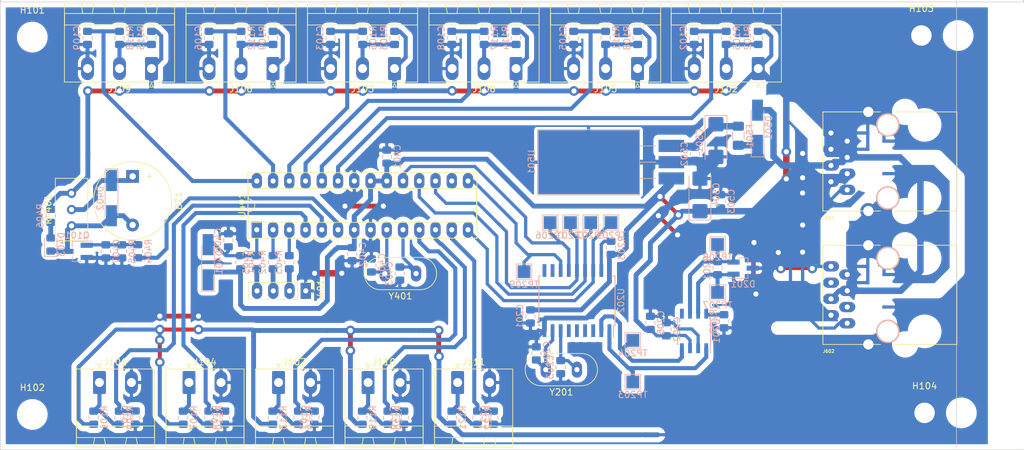
<source format=kicad_pcb>
(kicad_pcb (version 20171130) (host pcbnew 5.1.2)
  (layers (0 F.Cu jumper) (31 B.Cu signal) (34 B.Paste user hide) (35 F.Paste user) (36 B.SilkS user hide) (37 F.SilkS user hide) (38 B.Mask user) (39 F.Mask user hide) (44 Edge.Cuts user))
  (net 0 "")
  (net 1 GND)
  (net 2 +5V)
  (net 3 /MCU/RESET)
  (net 4 "Net-(C203-Pad1)")
  (net 5 "Net-(C204-Pad1)")
  (net 6 "Net-(C403-Pad1)")
  (net 7 "Net-(C404-Pad1)")
  (net 8 "Net-(C405-Pad2)")
  (net 9 "Net-(D501-Pad1)")
  (net 10 "/POWER SUPPLY/+18V_IN")
  (net 11 "/CANBUS CONN/CAN_L")
  (net 12 "/CANBUS CONN/CAN_H")
  (net 13 "Net-(R202-Pad1)")
  (net 14 "Net-(R203-Pad2)")
  (net 15 /MCU/USART_RX)
  (net 16 "Net-(J401-Pad3)")
  (net 17 "Net-(J401-Pad2)")
  (net 18 /MCU/USART_TX)
  (net 19 /MOSI)
  (net 20 /MISO)
  (net 21 /CANBUS/TXCAN)
  (net 22 /CANBUS/RXCAN)
  (net 23 /CANBUS/CS)
  (net 24 /SCK)
  (net 25 /CANBUS/INT)
  (net 26 "Net-(D403-Pad2)")
  (net 27 "Net-(C501-Pad1)")
  (net 28 "Net-(C407-Pad2)")
  (net 29 "Net-(BZ1-Pad1)")
  (net 30 /Conectores/SW_DMS)
  (net 31 /Conectores/SW_MPPT_ON)
  (net 32 /Conectores/SW_ENGINE_ON)
  (net 33 /Conectores/SW_BOAT_ON)
  (net 34 /Conectores/SW_EMERGENCIA)
  (net 35 /Conectores/ENGINE_VEL)
  (net 36 /Conectores/ENGINE_ACEL)
  (net 37 /Conectores/MPPT_POT)
  (net 38 /Conectores/SW_PUMP1_ON)
  (net 39 /Conectores/SW_PUMP2_ON)
  (net 40 /Conectores/SW_PUMP3_ON)
  (net 41 "Net-(BZ1-Pad2)")
  (net 42 /MCU/BUZZER)
  (net 43 "Net-(J101-Pad1)")
  (net 44 "Net-(J102-Pad2)")
  (net 45 "Net-(J103-Pad2)")
  (net 46 "Net-(J104-Pad1)")
  (net 47 "Net-(J105-Pad2)")
  (net 48 "Net-(J106-Pad2)")
  (net 49 "Net-(J107-Pad1)")
  (net 50 "Net-(J108-Pad2)")
  (net 51 "Net-(J109-Pad2)")
  (net 52 "Net-(J110-Pad1)")
  (net 53 "Net-(J111-Pad1)")
  (module Connector_Phoenix_MSTB:PhoenixContact_MSTBA_2,5_2-G_1x02_P5.00mm_Horizontal (layer F.Cu) (at 123.366 128.576)
    (fp_text reference J111 (at 2.5 -3.2 180) (layer F.SilkS))
    (fp_text value SW_EMERGENCIA)
    (pad 1 thru_hole roundrect (at 0 0) (size 2 3.6) (drill 1.4) (layers *.Cu *.Mask) (roundrect_rratio 0.125) (net 53 "Net-(J111-Pad1)"))
    (pad 2 thru_hole oval (at 5 0) (size 2 3.6) (drill 1.4) (layers *.Cu *.Mask) (net 1 GND))
  )
  (module TestPoint:TestPoint_Pad_2.0x2.0mm (layer B.Cu) (at 164 114.5)
    (fp_text reference TP207 (at 0 1.998) (layer B.SilkS) (effects (justify mirror)))
    (fp_text value CAN_H)
    (pad 1 smd rect (at 0 0) (size 2 2) (layers B.Cu B.Mask) (net 12 "/CANBUS CONN/CAN_H"))
  )
  (module Package_SO:SOIC-18W_7.5x11.6mm_P1.27mm (layer B.Cu) (at 142.016 115.771 90)
    (fp_text reference U202 (at 0 6.875 90) (layer B.SilkS) (effects (justify mirror)))
    (fp_text value MCP2515-xSO)
    (pad 1 smd rect (at -4.7 5.08 90) (size 2 0.6) (layers B.Cu B.Paste B.Mask) (net 21 /CANBUS/TXCAN))
    (pad 2 smd rect (at -4.7 3.81 90) (size 2 0.6) (layers B.Cu B.Paste B.Mask) (net 22 /CANBUS/RXCAN))
    (pad 3 smd rect (at -4.7 2.54 90) (size 2 0.6) (layers B.Cu B.Paste B.Mask))
    (pad 4 smd rect (at -4.7 1.27 90) (size 2 0.6) (layers B.Cu B.Paste B.Mask))
    (pad 5 smd rect (at -4.7 0 90) (size 2 0.6) (layers B.Cu B.Paste B.Mask))
    (pad 6 smd rect (at -4.7 -1.27 90) (size 2 0.6) (layers B.Cu B.Paste B.Mask))
    (pad 7 smd rect (at -4.7 -2.54 90) (size 2 0.6) (layers B.Cu B.Paste B.Mask) (net 4 "Net-(C203-Pad1)"))
    (pad 8 smd rect (at -4.7 -3.81 90) (size 2 0.6) (layers B.Cu B.Paste B.Mask) (net 5 "Net-(C204-Pad1)"))
    (pad 9 smd rect (at -4.7 -5.08 90) (size 2 0.6) (layers B.Cu B.Paste B.Mask) (net 1 GND))
    (pad 10 smd rect (at 4.7 -5.08 90) (size 2 0.6) (layers B.Cu B.Paste B.Mask))
    (pad 11 smd rect (at 4.7 -3.81 90) (size 2 0.6) (layers B.Cu B.Paste B.Mask))
    (pad 12 smd rect (at 4.7 -2.54 90) (size 2 0.6) (layers B.Cu B.Paste B.Mask) (net 25 /CANBUS/INT))
    (pad 13 smd rect (at 4.7 -1.27 90) (size 2 0.6) (layers B.Cu B.Paste B.Mask) (net 24 /SCK))
    (pad 14 smd rect (at 4.7 0 90) (size 2 0.6) (layers B.Cu B.Paste B.Mask) (net 19 /MOSI))
    (pad 15 smd rect (at 4.7 1.27 90) (size 2 0.6) (layers B.Cu B.Paste B.Mask) (net 20 /MISO))
    (pad 16 smd rect (at 4.7 2.54 90) (size 2 0.6) (layers B.Cu B.Paste B.Mask) (net 23 /CANBUS/CS))
    (pad 17 smd rect (at 4.7 3.81 90) (size 2 0.6) (layers B.Cu B.Paste B.Mask) (net 14 "Net-(R203-Pad2)"))
    (pad 18 smd rect (at 4.7 5.08 90) (size 2 0.6) (layers B.Cu B.Paste B.Mask) (net 2 +5V))
  )
  (module TestPoint:TestPoint_Pad_2.0x2.0mm (layer B.Cu) (at 133.75 111.25)
    (fp_text reference TP209 (at 0 1.998) (layer B.SilkS) (effects (justify mirror)))
    (fp_text value INT)
    (pad 1 smd rect (at 0 0) (size 2 2) (layers B.Cu B.Mask) (net 25 /CANBUS/INT))
  )
  (module Resistor_SMD:R_0805_2012Metric_Pad1.15x1.40mm_HandSolder (layer B.Cu) (at 126.466 134.076 90)
    (fp_text reference R122 (at 0 1.65 90) (layer B.SilkS) (effects (justify mirror)))
    (fp_text value 100R)
    (pad 2 smd roundrect (at 1.025 0 90) (size 1.15 1.4) (layers B.Cu B.Paste B.Mask) (roundrect_rratio 0.217391) (net 34 /Conectores/SW_EMERGENCIA))
    (pad 1 smd roundrect (at -1.025 0 90) (size 1.15 1.4) (layers B.Cu B.Paste B.Mask) (roundrect_rratio 0.217391) (net 53 "Net-(J111-Pad1)"))
  )
  (module Resistor_SMD:R_0805_2012Metric_Pad1.15x1.40mm_HandSolder (layer B.Cu) (at 122.466 134.076 90)
    (fp_text reference R121 (at 0 1.65 90) (layer B.SilkS) (effects (justify mirror)))
    (fp_text value 10k)
    (pad 2 smd roundrect (at 1.025 0 90) (size 1.15 1.4) (layers B.Cu B.Paste B.Mask) (roundrect_rratio 0.217391) (net 53 "Net-(J111-Pad1)"))
    (pad 1 smd roundrect (at -1.025 0 90) (size 1.15 1.4) (layers B.Cu B.Paste B.Mask) (roundrect_rratio 0.217391) (net 2 +5V))
  )
  (module Resistor_SMD:R_0805_2012Metric_Pad1.15x1.40mm_HandSolder (layer B.Cu) (at 112.466 134.076 90)
    (fp_text reference R120 (at 0 1.65 90) (layer B.SilkS) (effects (justify mirror)))
    (fp_text value 100R)
    (pad 2 smd roundrect (at 1.025 0 90) (size 1.15 1.4) (layers B.Cu B.Paste B.Mask) (roundrect_rratio 0.217391) (net 30 /Conectores/SW_DMS))
    (pad 1 smd roundrect (at -1.025 0 90) (size 1.15 1.4) (layers B.Cu B.Paste B.Mask) (roundrect_rratio 0.217391) (net 52 "Net-(J110-Pad1)"))
  )
  (module Resistor_SMD:R_0805_2012Metric_Pad1.15x1.40mm_HandSolder (layer B.Cu) (at 108.466 134.076 90)
    (fp_text reference R119 (at 0 1.65 90) (layer B.SilkS) (effects (justify mirror)))
    (fp_text value 10k)
    (pad 2 smd roundrect (at 1.025 0 90) (size 1.15 1.4) (layers B.Cu B.Paste B.Mask) (roundrect_rratio 0.217391) (net 52 "Net-(J110-Pad1)"))
    (pad 1 smd roundrect (at -1.025 0 90) (size 1.15 1.4) (layers B.Cu B.Paste B.Mask) (roundrect_rratio 0.217391) (net 2 +5V))
  )
  (module Resistor_SMD:R_0805_2012Metric_Pad1.15x1.40mm_HandSolder (layer B.Cu) (at 70.5 74.7 90)
    (fp_text reference R118 (at 0 1.65 90) (layer B.SilkS) (effects (justify mirror)))
    (fp_text value 100R)
    (pad 2 smd roundrect (at 1.025 0 90) (size 1.15 1.4) (layers B.Cu B.Paste B.Mask) (roundrect_rratio 0.217391) (net 40 /Conectores/SW_PUMP3_ON))
    (pad 1 smd roundrect (at -1.025 0 90) (size 1.15 1.4) (layers B.Cu B.Paste B.Mask) (roundrect_rratio 0.217391) (net 51 "Net-(J109-Pad2)"))
  )
  (module Resistor_SMD:R_0805_2012Metric_Pad1.15x1.40mm_HandSolder (layer B.Cu) (at 127.5 74.7 90)
    (fp_text reference R117 (at 0 1.65 90) (layer B.SilkS) (effects (justify mirror)))
    (fp_text value 100R)
    (pad 2 smd roundrect (at 1.025 0 90) (size 1.15 1.4) (layers B.Cu B.Paste B.Mask) (roundrect_rratio 0.217391) (net 37 /Conectores/MPPT_POT))
    (pad 1 smd roundrect (at -1.025 0 90) (size 1.15 1.4) (layers B.Cu B.Paste B.Mask) (roundrect_rratio 0.217391) (net 50 "Net-(J108-Pad2)"))
  )
  (module Resistor_SMD:R_0805_2012Metric_Pad1.15x1.40mm_HandSolder (layer B.Cu) (at 98.466 134.076 90)
    (fp_text reference R116 (at 0 1.65 90) (layer B.SilkS) (effects (justify mirror)))
    (fp_text value 100R)
    (pad 2 smd roundrect (at 1.025 0 90) (size 1.15 1.4) (layers B.Cu B.Paste B.Mask) (roundrect_rratio 0.217391) (net 33 /Conectores/SW_BOAT_ON))
    (pad 1 smd roundrect (at -1.025 0 90) (size 1.15 1.4) (layers B.Cu B.Paste B.Mask) (roundrect_rratio 0.217391) (net 49 "Net-(J107-Pad1)"))
  )
  (module Resistor_SMD:R_0805_2012Metric_Pad1.15x1.40mm_HandSolder (layer B.Cu) (at 75.5 74.7 270)
    (fp_text reference R115 (at 0 1.65 270) (layer B.SilkS) (effects (justify mirror)))
    (fp_text value 10k)
    (pad 2 smd roundrect (at 1.025 0 270) (size 1.15 1.4) (layers B.Cu B.Paste B.Mask) (roundrect_rratio 0.217391) (net 51 "Net-(J109-Pad2)"))
    (pad 1 smd roundrect (at -1.025 0 270) (size 1.15 1.4) (layers B.Cu B.Paste B.Mask) (roundrect_rratio 0.217391) (net 2 +5V))
  )
  (module Resistor_SMD:R_0805_2012Metric_Pad1.15x1.40mm_HandSolder (layer B.Cu) (at 132.5 74.7 270)
    (fp_text reference R114 (at 0 1.65 270) (layer B.SilkS) (effects (justify mirror)))
    (fp_text value 10k)
    (pad 2 smd roundrect (at 1.025 0 270) (size 1.15 1.4) (layers B.Cu B.Paste B.Mask) (roundrect_rratio 0.217391) (net 50 "Net-(J108-Pad2)"))
    (pad 1 smd roundrect (at -1.025 0 270) (size 1.15 1.4) (layers B.Cu B.Paste B.Mask) (roundrect_rratio 0.217391) (net 2 +5V))
  )
  (module Resistor_SMD:R_0805_2012Metric_Pad1.15x1.40mm_HandSolder (layer B.Cu) (at 94.466 134.076 90)
    (fp_text reference R113 (at 0 1.65 90) (layer B.SilkS) (effects (justify mirror)))
    (fp_text value 10k)
    (pad 2 smd roundrect (at 1.025 0 90) (size 1.15 1.4) (layers B.Cu B.Paste B.Mask) (roundrect_rratio 0.217391) (net 49 "Net-(J107-Pad1)"))
    (pad 1 smd roundrect (at -1.025 0 90) (size 1.15 1.4) (layers B.Cu B.Paste B.Mask) (roundrect_rratio 0.217391) (net 2 +5V))
  )
  (module Resistor_SMD:R_0805_2012Metric_Pad1.15x1.40mm_HandSolder (layer B.Cu) (at 89.5 74.7 90)
    (fp_text reference R112 (at 0 1.65 90) (layer B.SilkS) (effects (justify mirror)))
    (fp_text value 100R)
    (pad 2 smd roundrect (at 1.025 0 90) (size 1.15 1.4) (layers B.Cu B.Paste B.Mask) (roundrect_rratio 0.217391) (net 39 /Conectores/SW_PUMP2_ON))
    (pad 1 smd roundrect (at -1.025 0 90) (size 1.15 1.4) (layers B.Cu B.Paste B.Mask) (roundrect_rratio 0.217391) (net 48 "Net-(J106-Pad2)"))
  )
  (module Resistor_SMD:R_0805_2012Metric_Pad1.15x1.40mm_HandSolder (layer B.Cu) (at 146.5 74.7 90)
    (fp_text reference R111 (at 0 1.65 90) (layer B.SilkS) (effects (justify mirror)))
    (fp_text value 100R)
    (pad 2 smd roundrect (at 1.025 0 90) (size 1.15 1.4) (layers B.Cu B.Paste B.Mask) (roundrect_rratio 0.217391) (net 36 /Conectores/ENGINE_ACEL))
    (pad 1 smd roundrect (at -1.025 0 90) (size 1.15 1.4) (layers B.Cu B.Paste B.Mask) (roundrect_rratio 0.217391) (net 47 "Net-(J105-Pad2)"))
  )
  (module Resistor_SMD:R_0805_2012Metric_Pad1.15x1.40mm_HandSolder (layer B.Cu) (at 84.466 134.076 90)
    (fp_text reference R110 (at 0 1.65 90) (layer B.SilkS) (effects (justify mirror)))
    (fp_text value 100R)
    (pad 2 smd roundrect (at 1.025 0 90) (size 1.15 1.4) (layers B.Cu B.Paste B.Mask) (roundrect_rratio 0.217391) (net 31 /Conectores/SW_MPPT_ON))
    (pad 1 smd roundrect (at -1.025 0 90) (size 1.15 1.4) (layers B.Cu B.Paste B.Mask) (roundrect_rratio 0.217391) (net 46 "Net-(J104-Pad1)"))
  )
  (module Resistor_SMD:R_0805_2012Metric_Pad1.15x1.40mm_HandSolder (layer B.Cu) (at 94.5 74.7 270)
    (fp_text reference R109 (at 0 1.65 270) (layer B.SilkS) (effects (justify mirror)))
    (fp_text value 10k)
    (pad 2 smd roundrect (at 1.025 0 270) (size 1.15 1.4) (layers B.Cu B.Paste B.Mask) (roundrect_rratio 0.217391) (net 48 "Net-(J106-Pad2)"))
    (pad 1 smd roundrect (at -1.025 0 270) (size 1.15 1.4) (layers B.Cu B.Paste B.Mask) (roundrect_rratio 0.217391) (net 2 +5V))
  )
  (module Resistor_SMD:R_0805_2012Metric_Pad1.15x1.40mm_HandSolder (layer B.Cu) (at 151.5 74.7 270)
    (fp_text reference R108 (at 0 1.65 270) (layer B.SilkS) (effects (justify mirror)))
    (fp_text value 10k)
    (pad 2 smd roundrect (at 1.025 0 270) (size 1.15 1.4) (layers B.Cu B.Paste B.Mask) (roundrect_rratio 0.217391) (net 47 "Net-(J105-Pad2)"))
    (pad 1 smd roundrect (at -1.025 0 270) (size 1.15 1.4) (layers B.Cu B.Paste B.Mask) (roundrect_rratio 0.217391) (net 2 +5V))
  )
  (module Resistor_SMD:R_0805_2012Metric_Pad1.15x1.40mm_HandSolder (layer B.Cu) (at 80.466 134.076 90)
    (fp_text reference R107 (at 0 1.65 90) (layer B.SilkS) (effects (justify mirror)))
    (fp_text value 10k)
    (pad 2 smd roundrect (at 1.025 0 90) (size 1.15 1.4) (layers B.Cu B.Paste B.Mask) (roundrect_rratio 0.217391) (net 46 "Net-(J104-Pad1)"))
    (pad 1 smd roundrect (at -1.025 0 90) (size 1.15 1.4) (layers B.Cu B.Paste B.Mask) (roundrect_rratio 0.217391) (net 2 +5V))
  )
  (module Resistor_SMD:R_0805_2012Metric_Pad1.15x1.40mm_HandSolder (layer B.Cu) (at 108.5 74.7 90)
    (fp_text reference R106 (at 0 1.65 90) (layer B.SilkS) (effects (justify mirror)))
    (fp_text value 100R)
    (pad 2 smd roundrect (at 1.025 0 90) (size 1.15 1.4) (layers B.Cu B.Paste B.Mask) (roundrect_rratio 0.217391) (net 38 /Conectores/SW_PUMP1_ON))
    (pad 1 smd roundrect (at -1.025 0 90) (size 1.15 1.4) (layers B.Cu B.Paste B.Mask) (roundrect_rratio 0.217391) (net 45 "Net-(J103-Pad2)"))
  )
  (module Resistor_SMD:R_0805_2012Metric_Pad1.15x1.40mm_HandSolder (layer B.Cu) (at 165.35 74.7 90)
    (fp_text reference R105 (at 0 1.65 90) (layer B.SilkS) (effects (justify mirror)))
    (fp_text value 100R)
    (pad 2 smd roundrect (at 1.025 0 90) (size 1.15 1.4) (layers B.Cu B.Paste B.Mask) (roundrect_rratio 0.217391) (net 35 /Conectores/ENGINE_VEL))
    (pad 1 smd roundrect (at -1.025 0 90) (size 1.15 1.4) (layers B.Cu B.Paste B.Mask) (roundrect_rratio 0.217391) (net 44 "Net-(J102-Pad2)"))
  )
  (module Resistor_SMD:R_0805_2012Metric_Pad1.15x1.40mm_HandSolder (layer B.Cu) (at 70.466 134.076 90)
    (fp_text reference R104 (at 0 1.65 90) (layer B.SilkS) (effects (justify mirror)))
    (fp_text value 100R)
    (pad 2 smd roundrect (at 1.025 0 90) (size 1.15 1.4) (layers B.Cu B.Paste B.Mask) (roundrect_rratio 0.217391) (net 32 /Conectores/SW_ENGINE_ON))
    (pad 1 smd roundrect (at -1.025 0 90) (size 1.15 1.4) (layers B.Cu B.Paste B.Mask) (roundrect_rratio 0.217391) (net 43 "Net-(J101-Pad1)"))
  )
  (module Resistor_SMD:R_0805_2012Metric_Pad1.15x1.40mm_HandSolder (layer B.Cu) (at 113.5 74.7 270)
    (fp_text reference R103 (at 0 1.65 270) (layer B.SilkS) (effects (justify mirror)))
    (fp_text value 10k)
    (pad 2 smd roundrect (at 1.025 0 270) (size 1.15 1.4) (layers B.Cu B.Paste B.Mask) (roundrect_rratio 0.217391) (net 45 "Net-(J103-Pad2)"))
    (pad 1 smd roundrect (at -1.025 0 270) (size 1.15 1.4) (layers B.Cu B.Paste B.Mask) (roundrect_rratio 0.217391) (net 2 +5V))
  )
  (module Resistor_SMD:R_0805_2012Metric_Pad1.15x1.40mm_HandSolder (layer B.Cu) (at 170.35 74.7 270)
    (fp_text reference R102 (at 0 1.65 270) (layer B.SilkS) (effects (justify mirror)))
    (fp_text value 10k)
    (pad 2 smd roundrect (at 1.025 0 270) (size 1.15 1.4) (layers B.Cu B.Paste B.Mask) (roundrect_rratio 0.217391) (net 44 "Net-(J102-Pad2)"))
    (pad 1 smd roundrect (at -1.025 0 270) (size 1.15 1.4) (layers B.Cu B.Paste B.Mask) (roundrect_rratio 0.217391) (net 2 +5V))
  )
  (module Capacitor_SMD:C_0805_2012Metric_Pad1.15x1.40mm_HandSolder (layer B.Cu) (at 128.966 134.076 270)
    (fp_text reference C111 (at 0 1.65 90) (layer B.SilkS) (effects (justify mirror)))
    (fp_text value 100n)
    (pad 2 smd roundrect (at 1.025 0 270) (size 1.15 1.4) (layers B.Cu B.Paste B.Mask) (roundrect_rratio 0.217391) (net 1 GND))
    (pad 1 smd roundrect (at -1.025 0 270) (size 1.15 1.4) (layers B.Cu B.Paste B.Mask) (roundrect_rratio 0.217391) (net 34 /Conectores/SW_EMERGENCIA))
  )
  (module Capacitor_SMD:C_0805_2012Metric_Pad1.15x1.40mm_HandSolder (layer B.Cu) (at 114.966 134.076 270)
    (fp_text reference C110 (at 0 1.65 90) (layer B.SilkS) (effects (justify mirror)))
    (fp_text value 100n)
    (pad 2 smd roundrect (at 1.025 0 270) (size 1.15 1.4) (layers B.Cu B.Paste B.Mask) (roundrect_rratio 0.217391) (net 1 GND))
    (pad 1 smd roundrect (at -1.025 0 270) (size 1.15 1.4) (layers B.Cu B.Paste B.Mask) (roundrect_rratio 0.217391) (net 30 /Conectores/SW_DMS))
  )
  (module Capacitor_SMD:C_0805_2012Metric_Pad1.15x1.40mm_HandSolder (layer B.Cu) (at 65.5 74.7 270)
    (fp_text reference C109 (at 0 1.65 270) (layer B.SilkS) (effects (justify mirror)))
    (fp_text value 100n)
    (pad 2 smd roundrect (at 1.025 0 270) (size 1.15 1.4) (layers B.Cu B.Paste B.Mask) (roundrect_rratio 0.217391) (net 1 GND))
    (pad 1 smd roundrect (at -1.025 0 270) (size 1.15 1.4) (layers B.Cu B.Paste B.Mask) (roundrect_rratio 0.217391) (net 40 /Conectores/SW_PUMP3_ON))
  )
  (module Capacitor_SMD:C_0805_2012Metric_Pad1.15x1.40mm_HandSolder (layer B.Cu) (at 122.45 74.7 270)
    (fp_text reference C108 (at 0 1.65 270) (layer B.SilkS) (effects (justify mirror)))
    (fp_text value 100n)
    (pad 2 smd roundrect (at 1.025 0 270) (size 1.15 1.4) (layers B.Cu B.Paste B.Mask) (roundrect_rratio 0.217391) (net 1 GND))
    (pad 1 smd roundrect (at -1.025 0 270) (size 1.15 1.4) (layers B.Cu B.Paste B.Mask) (roundrect_rratio 0.217391) (net 37 /Conectores/MPPT_POT))
  )
  (module Capacitor_SMD:C_0805_2012Metric_Pad1.15x1.40mm_HandSolder (layer B.Cu) (at 100.966 134.076 270)
    (fp_text reference C107 (at 0 1.65 90) (layer B.SilkS) (effects (justify mirror)))
    (fp_text value 100n)
    (pad 2 smd roundrect (at 1.025 0 270) (size 1.15 1.4) (layers B.Cu B.Paste B.Mask) (roundrect_rratio 0.217391) (net 1 GND))
    (pad 1 smd roundrect (at -1.025 0 270) (size 1.15 1.4) (layers B.Cu B.Paste B.Mask) (roundrect_rratio 0.217391) (net 33 /Conectores/SW_BOAT_ON))
  )
  (module Capacitor_SMD:C_0805_2012Metric_Pad1.15x1.40mm_HandSolder (layer B.Cu) (at 84.5 74.7 270)
    (fp_text reference C106 (at 0 1.65 270) (layer B.SilkS) (effects (justify mirror)))
    (fp_text value 100n)
    (pad 2 smd roundrect (at 1.025 0 270) (size 1.15 1.4) (layers B.Cu B.Paste B.Mask) (roundrect_rratio 0.217391) (net 1 GND))
    (pad 1 smd roundrect (at -1.025 0 270) (size 1.15 1.4) (layers B.Cu B.Paste B.Mask) (roundrect_rratio 0.217391) (net 39 /Conectores/SW_PUMP2_ON))
  )
  (module Capacitor_SMD:C_0805_2012Metric_Pad1.15x1.40mm_HandSolder (layer B.Cu) (at 141.5 74.7 270)
    (fp_text reference C105 (at 0 1.65 270) (layer B.SilkS) (effects (justify mirror)))
    (fp_text value 100n)
    (pad 2 smd roundrect (at 1.025 0 270) (size 1.15 1.4) (layers B.Cu B.Paste B.Mask) (roundrect_rratio 0.217391) (net 1 GND))
    (pad 1 smd roundrect (at -1.025 0 270) (size 1.15 1.4) (layers B.Cu B.Paste B.Mask) (roundrect_rratio 0.217391) (net 36 /Conectores/ENGINE_ACEL))
  )
  (module Capacitor_SMD:C_0805_2012Metric_Pad1.15x1.40mm_HandSolder (layer B.Cu) (at 86.966 134.076 270)
    (fp_text reference C104 (at 0 1.65 90) (layer B.SilkS) (effects (justify mirror)))
    (fp_text value 100n)
    (pad 2 smd roundrect (at 1.025 0 270) (size 1.15 1.4) (layers B.Cu B.Paste B.Mask) (roundrect_rratio 0.217391) (net 1 GND))
    (pad 1 smd roundrect (at -1.025 0 270) (size 1.15 1.4) (layers B.Cu B.Paste B.Mask) (roundrect_rratio 0.217391) (net 31 /Conectores/SW_MPPT_ON))
  )
  (module Capacitor_SMD:C_0805_2012Metric_Pad1.15x1.40mm_HandSolder (layer B.Cu) (at 103.5 74.7 270)
    (fp_text reference C103 (at 0 1.65 270) (layer B.SilkS) (effects (justify mirror)))
    (fp_text value 100n)
    (pad 2 smd roundrect (at 1.025 0 270) (size 1.15 1.4) (layers B.Cu B.Paste B.Mask) (roundrect_rratio 0.217391) (net 1 GND))
    (pad 1 smd roundrect (at -1.025 0 270) (size 1.15 1.4) (layers B.Cu B.Paste B.Mask) (roundrect_rratio 0.217391) (net 38 /Conectores/SW_PUMP1_ON))
  )
  (module Capacitor_SMD:C_0805_2012Metric_Pad1.15x1.40mm_HandSolder (layer B.Cu) (at 160.35 74.7 270)
    (fp_text reference C102 (at 0 1.65 270) (layer B.SilkS) (effects (justify mirror)))
    (fp_text value 100n)
    (pad 2 smd roundrect (at 1.025 0 270) (size 1.15 1.4) (layers B.Cu B.Paste B.Mask) (roundrect_rratio 0.217391) (net 1 GND))
    (pad 1 smd roundrect (at -1.025 0 270) (size 1.15 1.4) (layers B.Cu B.Paste B.Mask) (roundrect_rratio 0.217391) (net 35 /Conectores/ENGINE_VEL))
  )
  (module Capacitor_SMD:C_0805_2012Metric_Pad1.15x1.40mm_HandSolder (layer B.Cu) (at 72.966 134.051 270)
    (fp_text reference C101 (at 0 1.65 90) (layer B.SilkS) (effects (justify mirror)))
    (fp_text value 100n)
    (pad 2 smd roundrect (at 1.025 0 270) (size 1.15 1.4) (layers B.Cu B.Paste B.Mask) (roundrect_rratio 0.217391) (net 1 GND))
    (pad 1 smd roundrect (at -1.025 0 270) (size 1.15 1.4) (layers B.Cu B.Paste B.Mask) (roundrect_rratio 0.217391) (net 32 /Conectores/SW_ENGINE_ON))
  )
  (module Connector_Phoenix_MSTB:PhoenixContact_MSTBA_2,5_3-G_1x03_P5.00mm_Horizontal (layer F.Cu) (at 170.366 79.494 180)
    (fp_text reference J102 (at 5 -3.2 180) (layer F.SilkS))
    (fp_text value ENGINE_VEL)
    (pad 3 thru_hole oval (at 10 0 180) (size 2 3.6) (drill 1.4) (layers *.Cu *.Mask) (net 1 GND))
    (pad 2 thru_hole oval (at 5 0 180) (size 2 3.6) (drill 1.4) (layers *.Cu *.Mask) (net 44 "Net-(J102-Pad2)"))
    (pad 1 thru_hole roundrect (at 0 0 180) (size 2 3.6) (drill 1.4) (layers *.Cu *.Mask) (roundrect_rratio 0.125) (net 2 +5V))
  )
  (module Connector_Phoenix_MSTB:PhoenixContact_MSTBA_2,5_3-G_1x03_P5.00mm_Horizontal (layer F.Cu) (at 113.5 79.494 180)
    (fp_text reference J103 (at 5 -3.2 180) (layer F.SilkS))
    (fp_text value SW_PUMP1_ON)
    (pad 1 thru_hole roundrect (at 0 0 180) (size 2 3.6) (drill 1.4) (layers *.Cu *.Mask) (roundrect_rratio 0.125) (net 2 +5V))
    (pad 2 thru_hole oval (at 5 0 180) (size 2 3.6) (drill 1.4) (layers *.Cu *.Mask) (net 45 "Net-(J103-Pad2)"))
    (pad 3 thru_hole oval (at 10 0 180) (size 2 3.6) (drill 1.4) (layers *.Cu *.Mask) (net 1 GND))
  )
  (module Connector_Phoenix_MSTB:PhoenixContact_MSTBA_2,5_2-G_1x02_P5.00mm_Horizontal (layer F.Cu) (at 81.366 128.576)
    (fp_text reference J104 (at 2.5 -3.2 180) (layer F.SilkS))
    (fp_text value SW_ENGINE_ON)
    (pad 2 thru_hole oval (at 5 0) (size 2 3.6) (drill 1.4) (layers *.Cu *.Mask) (net 1 GND))
    (pad 1 thru_hole roundrect (at 0 0) (size 2 3.6) (drill 1.4) (layers *.Cu *.Mask) (roundrect_rratio 0.125) (net 46 "Net-(J104-Pad1)"))
  )
  (module Connector_Phoenix_MSTB:PhoenixContact_MSTBA_2,5_2-G_1x02_P5.00mm_Horizontal (layer F.Cu) (at 95.366 128.576)
    (fp_text reference J107 (at 2.5 -3.2 180) (layer F.SilkS))
    (fp_text value SW_MPPT_ON)
    (pad 1 thru_hole roundrect (at 0 0) (size 2 3.6) (drill 1.4) (layers *.Cu *.Mask) (roundrect_rratio 0.125) (net 49 "Net-(J107-Pad1)"))
    (pad 2 thru_hole oval (at 5 0) (size 2 3.6) (drill 1.4) (layers *.Cu *.Mask) (net 1 GND))
  )
  (module MountingHole:MountingHole_3.2mm_M3 (layer F.Cu) (at 195.866 74.326)
    (fp_text reference H103 (at 0 -4.2) (layer F.SilkS))
    (fp_text value MountingHole)
    (pad 1 np_thru_hole circle (at 0 0) (size 3.2 3.2) (drill 3.2) (layers *.Cu *.Mask))
  )
  (module MountingHole:MountingHole_3.2mm_M3 (layer F.Cu) (at 56.866 133.576)
    (fp_text reference H102 (at 0 -4.2) (layer F.SilkS))
    (fp_text value MountingHole)
    (pad 1 np_thru_hole circle (at 0 0) (size 3.2 3.2) (drill 3.2) (layers *.Cu *.Mask))
  )
  (module MountingHole:MountingHole_3.2mm_M3 (layer F.Cu) (at 56.866 74.576)
    (fp_text reference H101 (at 0 -4.2) (layer F.SilkS))
    (fp_text value MountingHole)
    (pad 1 np_thru_hole circle (at 0 0) (size 3.2 3.2) (drill 3.2) (layers *.Cu *.Mask))
  )
  (module TestPoint:TestPoint_Pad_2.0x2.0mm (layer B.Cu) (at 164 107)
    (fp_text reference TP208 (at 0 1.998) (layer B.SilkS) (effects (justify mirror)))
    (fp_text value CAN_L)
    (pad 1 smd rect (at 0 0) (size 2 2) (layers B.Cu B.Mask) (net 11 "/CANBUS CONN/CAN_L"))
  )
  (module Potentiometer_THT:Potentiometer_Bourns_3296W_Vertical (layer F.Cu) (at 63 99 90)
    (fp_text reference RV401 (at -2.54 -3.66 270) (layer F.SilkS))
    (fp_text value 1K)
    (pad 1 thru_hole circle (at 0 0 90) (size 1.44 1.44) (drill 0.8) (layers *.Cu *.Mask) (net 2 +5V))
    (pad 2 thru_hole circle (at -2.54 0 90) (size 1.44 1.44) (drill 0.8) (layers *.Cu *.Mask) (net 29 "Net-(BZ1-Pad1)"))
    (pad 3 thru_hole circle (at -5.08 0 90) (size 1.44 1.44) (drill 0.8) (layers *.Cu *.Mask) (net 41 "Net-(BZ1-Pad2)"))
  )
  (module LED_SMD:LED_0805_2012Metric_Pad1.15x1.40mm_HandSolder (layer B.Cu) (at 59.75 107 90)
    (fp_text reference D403 (at 0 1.65 270) (layer B.SilkS) (effects (justify mirror)))
    (fp_text value LED_RED)
    (pad 1 smd roundrect (at -1.025 0 90) (size 1.15 1.4) (layers B.Cu B.Paste B.Mask) (roundrect_rratio 0.217391) (net 41 "Net-(BZ1-Pad2)"))
    (pad 2 smd roundrect (at 1.025 0 90) (size 1.15 1.4) (layers B.Cu B.Paste B.Mask) (roundrect_rratio 0.217391) (net 26 "Net-(D403-Pad2)"))
  )
  (module Resistor_SMD:R_0805_2012Metric_Pad1.15x1.40mm_HandSolder (layer B.Cu) (at 66.466 134.076 90)
    (fp_text reference R101 (at 0 1.65 90) (layer B.SilkS) (effects (justify mirror)))
    (fp_text value 10k)
    (pad 1 smd roundrect (at -1.025 0 90) (size 1.15 1.4) (layers B.Cu B.Paste B.Mask) (roundrect_rratio 0.217391) (net 2 +5V))
    (pad 2 smd roundrect (at 1.025 0 90) (size 1.15 1.4) (layers B.Cu B.Paste B.Mask) (roundrect_rratio 0.217391) (net 43 "Net-(J101-Pad1)"))
  )
  (module Package_DIP:DIP-28_W7.62mm_Socket (layer F.Cu) (at 91.966 104.696 90)
    (fp_text reference U401 (at 3.81 -2.33 90) (layer F.SilkS))
    (fp_text value ATMEGA328P-PU)
    (pad 1 thru_hole rect (at 0 0 90) (size 2.5 1.6) (drill 0.8) (layers *.Cu *.Mask) (net 3 /MCU/RESET))
    (pad 15 thru_hole oval (at 7.62 33.02 90) (size 2.5 1.6) (drill 0.8) (layers *.Cu *.Mask) (net 25 /CANBUS/INT))
    (pad 2 thru_hole oval (at 0 2.54 90) (size 2.5 1.6) (drill 0.8) (layers *.Cu *.Mask) (net 15 /MCU/USART_RX))
    (pad 16 thru_hole oval (at 7.62 30.48 90) (size 2.5 1.6) (drill 0.8) (layers *.Cu *.Mask))
    (pad 3 thru_hole oval (at 0 5.08 90) (size 2.5 1.6) (drill 0.8) (layers *.Cu *.Mask) (net 18 /MCU/USART_TX))
    (pad 17 thru_hole oval (at 7.62 27.94 90) (size 2.5 1.6) (drill 0.8) (layers *.Cu *.Mask) (net 19 /MOSI))
    (pad 4 thru_hole oval (at 0 7.62 90) (size 2.5 1.6) (drill 0.8) (layers *.Cu *.Mask) (net 31 /Conectores/SW_MPPT_ON))
    (pad 18 thru_hole oval (at 7.62 25.4 90) (size 2.5 1.6) (drill 0.8) (layers *.Cu *.Mask) (net 20 /MISO))
    (pad 5 thru_hole oval (at 0 10.16 90) (size 2.5 1.6) (drill 0.8) (layers *.Cu *.Mask) (net 32 /Conectores/SW_ENGINE_ON))
    (pad 19 thru_hole oval (at 7.62 22.86 90) (size 2.5 1.6) (drill 0.8) (layers *.Cu *.Mask) (net 24 /SCK))
    (pad 6 thru_hole oval (at 0 12.7 90) (size 2.5 1.6) (drill 0.8) (layers *.Cu *.Mask) (net 42 /MCU/BUZZER))
    (pad 20 thru_hole oval (at 7.62 20.32 90) (size 2.5 1.6) (drill 0.8) (layers *.Cu *.Mask) (net 2 +5V))
    (pad 7 thru_hole oval (at 0 15.24 90) (size 2.5 1.6) (drill 0.8) (layers *.Cu *.Mask) (net 2 +5V))
    (pad 21 thru_hole oval (at 7.62 17.78 90) (size 2.5 1.6) (drill 0.8) (layers *.Cu *.Mask) (net 2 +5V))
    (pad 8 thru_hole oval (at 0 17.78 90) (size 2.5 1.6) (drill 0.8) (layers *.Cu *.Mask) (net 1 GND))
    (pad 22 thru_hole oval (at 7.62 15.24 90) (size 2.5 1.6) (drill 0.8) (layers *.Cu *.Mask) (net 1 GND))
    (pad 9 thru_hole oval (at 0 20.32 90) (size 2.5 1.6) (drill 0.8) (layers *.Cu *.Mask) (net 7 "Net-(C404-Pad1)"))
    (pad 23 thru_hole oval (at 7.62 12.7 90) (size 2.5 1.6) (drill 0.8) (layers *.Cu *.Mask) (net 35 /Conectores/ENGINE_VEL))
    (pad 10 thru_hole oval (at 0 22.86 90) (size 2.5 1.6) (drill 0.8) (layers *.Cu *.Mask) (net 6 "Net-(C403-Pad1)"))
    (pad 24 thru_hole oval (at 7.62 10.16 90) (size 2.5 1.6) (drill 0.8) (layers *.Cu *.Mask) (net 36 /Conectores/ENGINE_ACEL))
    (pad 11 thru_hole oval (at 0 25.4 90) (size 2.5 1.6) (drill 0.8) (layers *.Cu *.Mask) (net 33 /Conectores/SW_BOAT_ON))
    (pad 25 thru_hole oval (at 7.62 7.62 90) (size 2.5 1.6) (drill 0.8) (layers *.Cu *.Mask) (net 37 /Conectores/MPPT_POT))
    (pad 12 thru_hole oval (at 0 27.94 90) (size 2.5 1.6) (drill 0.8) (layers *.Cu *.Mask) (net 30 /Conectores/SW_DMS))
    (pad 26 thru_hole oval (at 7.62 5.08 90) (size 2.5 1.6) (drill 0.8) (layers *.Cu *.Mask) (net 38 /Conectores/SW_PUMP1_ON))
    (pad 13 thru_hole oval (at 0 30.48 90) (size 2.5 1.6) (drill 0.8) (layers *.Cu *.Mask) (net 34 /Conectores/SW_EMERGENCIA))
    (pad 27 thru_hole oval (at 7.62 2.54 90) (size 2.5 1.6) (drill 0.8) (layers *.Cu *.Mask) (net 39 /Conectores/SW_PUMP2_ON))
    (pad 14 thru_hole oval (at 0 33.02 90) (size 2.5 1.6) (drill 0.8) (layers *.Cu *.Mask) (net 23 /CANBUS/CS))
    (pad 28 thru_hole oval (at 7.62 0 90) (size 2.5 1.6) (drill 0.8) (layers *.Cu *.Mask) (net 40 /Conectores/SW_PUMP3_ON))
  )
  (module Buzzer_Beeper:Buzzer_12x9.5RM7.6 (layer F.Cu) (at 72.55 96.35 270)
    (fp_text reference BZ1 (at 3.8 -7.2 90) (layer F.SilkS))
    (fp_text value Buzzer)
    (fp_text user + (at -0.01 -2.54 90) (layer F.SilkS))
    (pad 1 thru_hole rect (at 0 0 270) (size 2 2) (drill 1) (layers *.Cu *.Mask) (net 29 "Net-(BZ1-Pad1)"))
    (pad 2 thru_hole circle (at 7.6 0 270) (size 2 2) (drill 1) (layers *.Cu *.Mask) (net 41 "Net-(BZ1-Pad2)"))
  )
  (module Capacitor_SMD:C_0805_2012Metric_Pad1.15x1.40mm_HandSolder (layer B.Cu) (at 68.366 108.076 90)
    (fp_text reference C407 (at 0 1.65 270) (layer B.SilkS) (effects (justify mirror)))
    (fp_text value 100nF)
    (pad 1 smd roundrect (at -1.025 0 90) (size 1.15 1.4) (layers B.Cu B.Paste B.Mask) (roundrect_rratio 0.217391) (net 1 GND))
    (pad 2 smd roundrect (at 1.025 0 90) (size 1.15 1.4) (layers B.Cu B.Paste B.Mask) (roundrect_rratio 0.217391) (net 28 "Net-(C407-Pad2)"))
  )
  (module Connector_Phoenix_MSTB:PhoenixContact_MSTBA_2,5_2-G_1x02_P5.00mm_Horizontal (layer F.Cu) (at 109.366 128.576)
    (fp_text reference J110 (at 2.5 -3.2) (layer F.SilkS))
    (fp_text value SW_DMS)
    (pad 2 thru_hole oval (at 5 0) (size 2 3.6) (drill 1.4) (layers *.Cu *.Mask) (net 1 GND))
    (pad 1 thru_hole roundrect (at 0 0) (size 2 3.6) (drill 1.4) (layers *.Cu *.Mask) (roundrect_rratio 0.125) (net 52 "Net-(J110-Pad1)"))
  )
  (module Connector_Phoenix_MSTB:PhoenixContact_MSTBA_2,5_2-G_1x02_P5.00mm_Horizontal (layer F.Cu) (at 67.366 128.576)
    (fp_text reference J101 (at 2.5 -3.2 180) (layer F.SilkS))
    (fp_text value SW_BOAT_ON)
    (pad 1 thru_hole roundrect (at 0 0) (size 2 3.6) (drill 1.4) (layers *.Cu *.Mask) (roundrect_rratio 0.125) (net 43 "Net-(J101-Pad1)"))
    (pad 2 thru_hole oval (at 5 0) (size 2 3.6) (drill 1.4) (layers *.Cu *.Mask) (net 1 GND))
  )
  (module Connector_Phoenix_MSTB:PhoenixContact_MSTBA_2,5_3-G_1x03_P5.00mm_Horizontal (layer F.Cu) (at 151.5 79.494 180)
    (fp_text reference J105 (at 5 -3.2 180) (layer F.SilkS))
    (fp_text value ENGINE_ACEL)
    (pad 1 thru_hole roundrect (at 0 0 180) (size 2 3.6) (drill 1.4) (layers *.Cu *.Mask) (roundrect_rratio 0.125) (net 2 +5V))
    (pad 2 thru_hole oval (at 5 0 180) (size 2 3.6) (drill 1.4) (layers *.Cu *.Mask) (net 47 "Net-(J105-Pad2)"))
    (pad 3 thru_hole oval (at 10 0 180) (size 2 3.6) (drill 1.4) (layers *.Cu *.Mask) (net 1 GND))
  )
  (module Connector_Phoenix_MSTB:PhoenixContact_MSTBA_2,5_3-G_1x03_P5.00mm_Horizontal (layer F.Cu) (at 132.5 79.494 180)
    (fp_text reference J108 (at 5 -3.2 180) (layer F.SilkS))
    (fp_text value MPPT_POT)
    (pad 3 thru_hole oval (at 10 0 180) (size 2 3.6) (drill 1.4) (layers *.Cu *.Mask) (net 1 GND))
    (pad 2 thru_hole oval (at 5 0 180) (size 2 3.6) (drill 1.4) (layers *.Cu *.Mask) (net 50 "Net-(J108-Pad2)"))
    (pad 1 thru_hole roundrect (at 0 0 180) (size 2 3.6) (drill 1.4) (layers *.Cu *.Mask) (roundrect_rratio 0.125) (net 2 +5V))
  )
  (module Connector_Phoenix_MSTB:PhoenixContact_MSTBA_2,5_3-G_1x03_P5.00mm_Horizontal (layer F.Cu) (at 94.5 79.494 180)
    (fp_text reference J106 (at 5 -3.2 180) (layer F.SilkS))
    (fp_text value SW_PUMP2_ON)
    (pad 3 thru_hole oval (at 10 0 180) (size 2 3.6) (drill 1.4) (layers *.Cu *.Mask) (net 1 GND))
    (pad 2 thru_hole oval (at 5 0 180) (size 2 3.6) (drill 1.4) (layers *.Cu *.Mask) (net 48 "Net-(J106-Pad2)"))
    (pad 1 thru_hole roundrect (at 0 0 180) (size 2 3.6) (drill 1.4) (layers *.Cu *.Mask) (roundrect_rratio 0.125) (net 2 +5V))
  )
  (module Connector_Phoenix_MSTB:PhoenixContact_MSTBA_2,5_3-G_1x03_P5.00mm_Horizontal (layer F.Cu) (at 75.5 79.494 180)
    (fp_text reference J109 (at 5 -3.2 180) (layer F.SilkS))
    (fp_text value SW_PUMP3_ON)
    (pad 1 thru_hole roundrect (at 0 0 180) (size 2 3.6) (drill 1.4) (layers *.Cu *.Mask) (roundrect_rratio 0.125) (net 2 +5V))
    (pad 2 thru_hole oval (at 5 0 180) (size 2 3.6) (drill 1.4) (layers *.Cu *.Mask) (net 51 "Net-(J109-Pad2)"))
    (pad 3 thru_hole oval (at 10 0 180) (size 2 3.6) (drill 1.4) (layers *.Cu *.Mask) (net 1 GND))
  )
  (module Diode_SMD:D_MiniMELF_Handsoldering (layer B.Cu) (at 69.25 99.75 270)
    (fp_text reference D402 (at 0 1.75 270) (layer B.SilkS) (effects (justify mirror)))
    (fp_text value BYD77)
    (pad 1 smd rect (at -2.75 0 270) (size 3.3 1.7) (layers B.Cu B.Paste B.Mask) (net 29 "Net-(BZ1-Pad1)"))
    (pad 2 smd rect (at 2.75 0 270) (size 3.3 1.7) (layers B.Cu B.Paste B.Mask) (net 41 "Net-(BZ1-Pad2)"))
  )
  (module Package_TO_SOT_SMD:SOT-23_Handsoldering (layer B.Cu) (at 63.866 108.076 180)
    (fp_text reference Q101 (at 0 2.5) (layer B.SilkS) (effects (justify mirror)))
    (fp_text value BCV27)
    (pad 1 smd rect (at -1.5 0.95 180) (size 1.9 0.8) (layers B.Cu B.Paste B.Mask) (net 28 "Net-(C407-Pad2)"))
    (pad 2 smd rect (at -1.5 -0.95 180) (size 1.9 0.8) (layers B.Cu B.Paste B.Mask) (net 1 GND))
    (pad 3 smd rect (at 1.5 0 180) (size 1.9 0.8) (layers B.Cu B.Paste B.Mask) (net 41 "Net-(BZ1-Pad2)"))
  )
  (module Resistor_SMD:R_0805_2012Metric_Pad1.15x1.40mm_HandSolder (layer B.Cu) (at 59.75 102.525 270)
    (fp_text reference R406 (at 0 1.65 270) (layer B.SilkS) (effects (justify mirror)))
    (fp_text value 330)
    (pad 1 smd roundrect (at -1.025 0 270) (size 1.15 1.4) (layers B.Cu B.Paste B.Mask) (roundrect_rratio 0.217391) (net 2 +5V))
    (pad 2 smd roundrect (at 1.025 0 270) (size 1.15 1.4) (layers B.Cu B.Paste B.Mask) (roundrect_rratio 0.217391) (net 26 "Net-(D403-Pad2)"))
  )
  (module Capacitor_Tantalum_SMD:CP_EIA-6032-20_AVX-F_Pad2.25x2.35mm_HandSolder (layer B.Cu) (at 163.75 90.75 270)
    (fp_text reference C501 (at 0 2.55 270) (layer B.SilkS) (effects (justify mirror)))
    (fp_text value 1uF)
    (pad 1 smd roundrect (at -2.55 0 270) (size 2.25 2.35) (layers B.Cu B.Paste B.Mask) (roundrect_rratio 0.111111) (net 27 "Net-(C501-Pad1)"))
    (pad 2 smd roundrect (at 2.55 0 270) (size 2.25 2.35) (layers B.Cu B.Paste B.Mask) (roundrect_rratio 0.111111) (net 1 GND))
  )
  (module Capacitor_Tantalum_SMD:CP_EIA-6032-20_AVX-F_Pad2.25x2.35mm_HandSolder (layer B.Cu) (at 161.25 99.25 90)
    (fp_text reference C504 (at 0 2.55 90) (layer B.SilkS) (effects (justify mirror)))
    (fp_text value 1uF)
    (pad 2 smd roundrect (at 2.55 0 90) (size 2.25 2.35) (layers B.Cu B.Paste B.Mask) (roundrect_rratio 0.111111) (net 1 GND))
    (pad 1 smd roundrect (at -2.55 0 90) (size 2.25 2.35) (layers B.Cu B.Paste B.Mask) (roundrect_rratio 0.111111) (net 2 +5V))
  )
  (module KicadZeniteSolarLibrary18:TO-220-3_Horizontal_TabDown_SMD (layer B.Cu) (at 155.51 91.59 270)
    (fp_text reference U501 (at 2.54 20.58 270) (layer B.SilkS) (effects (justify mirror)))
    (fp_text value LM7805)
    (pad 3 smd rect (at 5.08 -1.27 270) (size 1.905 4) (layers B.Cu B.Paste B.Mask) (net 2 +5V))
    (pad 2 smd rect (at 2.54 -1.27 270) (size 1.905 4) (layers B.Cu B.Paste B.Mask) (net 1 GND))
    (pad 1 smd rect (at 0 -1.27 270) (size 1.905 4) (layers B.Cu B.Paste B.Mask) (net 27 "Net-(C501-Pad1)"))
    (pad 2 smd rect (at 2.54 11.684 270) (size 10 16) (layers B.Cu B.Paste B.Mask) (net 1 GND))
  )
  (module Package_TO_SOT_SMD:SOT-23_Handsoldering (layer B.Cu) (at 168 110.7)
    (fp_text reference D201 (at 0 2.5) (layer B.SilkS) (effects (justify mirror)))
    (fp_text value pesd1can)
    (pad 3 smd rect (at 1.5 0) (size 1.9 0.8) (layers B.Cu B.Paste B.Mask) (net 1 GND))
    (pad 2 smd rect (at -1.5 -0.95) (size 1.9 0.8) (layers B.Cu B.Paste B.Mask) (net 11 "/CANBUS CONN/CAN_L"))
    (pad 1 smd rect (at -1.5 0.95) (size 1.9 0.8) (layers B.Cu B.Paste B.Mask) (net 12 "/CANBUS CONN/CAN_H"))
  )
  (module Fuse:Fuse_1206_3216Metric_Pad1.42x1.75mm_HandSolder (layer B.Cu) (at 167.25 90 90)
    (fp_text reference F501 (at 0 1.82 270) (layer B.SilkS) (effects (justify mirror)))
    (fp_text value 500mA)
    (pad 1 smd roundrect (at -1.4875 0 90) (size 1.425 1.75) (layers B.Cu B.Paste B.Mask) (roundrect_rratio 0.175439) (net 9 "Net-(D501-Pad1)"))
    (pad 2 smd roundrect (at 1.4875 0 90) (size 1.425 1.75) (layers B.Cu B.Paste B.Mask) (roundrect_rratio 0.175439) (net 27 "Net-(C501-Pad1)"))
  )
  (module KicadZeniteSolarLibrary18:RJ45_YH59_01 (layer F.Cu) (at 184.278 98.466 90)
    (fp_text reference J601 (at -4.364296 -2.909696) (layer F.SilkS) (effects (font (size 0.5 0.5) (thickness 0.1))))
    (fp_text value RJ45)
    (pad "" np_thru_hole circle (at 10.165 6.346 90) (size 3.65 3.65) (drill 3.2) (layers *.Cu *.SilkS *.Mask))
    (pad "" np_thru_hole circle (at -1.265 6.346 90) (size 3.65 3.65) (drill 3.2) (layers *.Cu *.SilkS *.Mask))
    (pad 1 thru_hole oval (at 0.005 -0.004 90) (size 1.6 2.5) (drill 0.8) (layers *.Cu *.Mask) (net 12 "/CANBUS CONN/CAN_H"))
    (pad 2 thru_hole oval (at 1.275 -2.544 90) (size 1.6 2.5) (drill 0.8) (layers *.Cu *.Mask) (net 11 "/CANBUS CONN/CAN_L"))
    (pad 3 thru_hole oval (at 2.545 -0.004 90) (size 1.6 2.5) (drill 0.8) (layers *.Cu *.Mask) (net 1 GND))
    (pad 4 thru_hole oval (at 3.815 -2.544 90) (size 1.6 2.5) (drill 0.8) (layers *.Cu *.Mask) (net 10 "/POWER SUPPLY/+18V_IN"))
    (pad 5 thru_hole oval (at 5.085 -0.004 90) (size 1.6 2.5) (drill 0.8) (layers *.Cu *.Mask) (net 10 "/POWER SUPPLY/+18V_IN"))
    (pad 6 thru_hole oval (at 6.355 -2.544 90) (size 1.6 2.5) (drill 0.8) (layers *.Cu *.Mask) (net 1 GND))
    (pad 7 thru_hole oval (at 7.625 -0.004 90) (size 1.6 2.5) (drill 0.8) (layers *.Cu *.Mask) (net 1 GND))
    (pad 8 thru_hole oval (at 8.895 -2.544 90) (size 1.6 2.5) (drill 0.8) (layers *.Cu *.Mask) (net 1 GND))
    (pad 9 thru_hole circle (at -3.3 3.296 90) (size 2.5 2.5) (drill 1.6) (layers *.Cu *.Mask))
    (pad 9 thru_hole circle (at 12.2 3.296 90) (size 2.5 2.5) (drill 1.6) (layers *.Cu *.Mask))
  )
  (module KicadZeniteSolarLibrary18:RJ45_YH59_01 (layer F.Cu) (at 184.282 119.321 90)
    (fp_text reference J602 (at -4.364296 -2.909696) (layer F.SilkS) (effects (font (size 0.5 0.5) (thickness 0.1))))
    (fp_text value RJ45)
    (pad "" np_thru_hole circle (at 10.165 6.346 90) (size 3.65 3.65) (drill 3.2) (layers *.Cu *.SilkS *.Mask))
    (pad "" np_thru_hole circle (at -1.265 6.346 90) (size 3.65 3.65) (drill 3.2) (layers *.Cu *.SilkS *.Mask))
    (pad 1 thru_hole oval (at 0.005 -0.004 90) (size 1.6 2.5) (drill 0.8) (layers *.Cu *.Mask) (net 12 "/CANBUS CONN/CAN_H"))
    (pad 2 thru_hole oval (at 1.275 -2.544 90) (size 1.6 2.5) (drill 0.8) (layers *.Cu *.Mask) (net 11 "/CANBUS CONN/CAN_L"))
    (pad 3 thru_hole oval (at 2.545 -0.004 90) (size 1.6 2.5) (drill 0.8) (layers *.Cu *.Mask) (net 1 GND))
    (pad 4 thru_hole oval (at 3.815 -2.544 90) (size 1.6 2.5) (drill 0.8) (layers *.Cu *.Mask) (net 10 "/POWER SUPPLY/+18V_IN"))
    (pad 5 thru_hole oval (at 5.085 -0.004 90) (size 1.6 2.5) (drill 0.8) (layers *.Cu *.Mask) (net 10 "/POWER SUPPLY/+18V_IN"))
    (pad 6 thru_hole oval (at 6.355 -2.544 90) (size 1.6 2.5) (drill 0.8) (layers *.Cu *.Mask) (net 1 GND))
    (pad 7 thru_hole oval (at 7.625 -0.004 90) (size 1.6 2.5) (drill 0.8) (layers *.Cu *.Mask) (net 1 GND))
    (pad 8 thru_hole oval (at 8.895 -2.544 90) (size 1.6 2.5) (drill 0.8) (layers *.Cu *.Mask) (net 1 GND))
    (pad 9 thru_hole circle (at -3.3 3.296 90) (size 2.5 2.5) (drill 1.6) (layers *.Cu *.Mask))
    (pad 9 thru_hole circle (at 12.2 3.296 90) (size 2.5 2.5) (drill 1.6) (layers *.Cu *.Mask))
  )
  (module Capacitor_SMD:C_0805_2012Metric_Pad1.15x1.40mm_HandSolder (layer B.Cu) (at 134.75 118.25 270)
    (fp_text reference C201 (at 0 1.65 270) (layer B.SilkS) (effects (justify mirror)))
    (fp_text value 100nF)
    (pad 1 smd roundrect (at -1.025 0 270) (size 1.15 1.4) (layers B.Cu B.Paste B.Mask) (roundrect_rratio 0.217391) (net 2 +5V))
    (pad 2 smd roundrect (at 1.025 0 270) (size 1.15 1.4) (layers B.Cu B.Paste B.Mask) (roundrect_rratio 0.217391) (net 1 GND))
  )
  (module Capacitor_SMD:C_0805_2012Metric_Pad1.15x1.40mm_HandSolder (layer B.Cu) (at 156 120.25 90)
    (fp_text reference C202 (at 0 1.65 90) (layer B.SilkS) (effects (justify mirror)))
    (fp_text value 100nF)
    (pad 1 smd roundrect (at -1.025 0 90) (size 1.15 1.4) (layers B.Cu B.Paste B.Mask) (roundrect_rratio 0.217391) (net 2 +5V))
    (pad 2 smd roundrect (at 1.025 0 90) (size 1.15 1.4) (layers B.Cu B.Paste B.Mask) (roundrect_rratio 0.217391) (net 1 GND))
  )
  (module Capacitor_SMD:C_0805_2012Metric_Pad1.15x1.40mm_HandSolder (layer B.Cu) (at 139.476 126.176 270)
    (fp_text reference C203 (at 0 1.65 270) (layer B.SilkS) (effects (justify mirror)))
    (fp_text value 22pF)
    (pad 1 smd roundrect (at -1.025 0 270) (size 1.15 1.4) (layers B.Cu B.Paste B.Mask) (roundrect_rratio 0.217391) (net 4 "Net-(C203-Pad1)"))
    (pad 2 smd roundrect (at 1.025 0 270) (size 1.15 1.4) (layers B.Cu B.Paste B.Mask) (roundrect_rratio 0.217391) (net 1 GND))
  )
  (module Capacitor_SMD:C_0805_2012Metric_Pad1.15x1.40mm_HandSolder (layer B.Cu) (at 135.666 124.026 90)
    (fp_text reference C204 (at 0 1.65 90) (layer B.SilkS) (effects (justify mirror)))
    (fp_text value 22pF)
    (pad 1 smd roundrect (at -1.025 0 90) (size 1.15 1.4) (layers B.Cu B.Paste B.Mask) (roundrect_rratio 0.217391) (net 5 "Net-(C204-Pad1)"))
    (pad 2 smd roundrect (at 1.025 0 90) (size 1.15 1.4) (layers B.Cu B.Paste B.Mask) (roundrect_rratio 0.217391) (net 1 GND))
  )
  (module Capacitor_SMD:C_0805_2012Metric_Pad1.15x1.40mm_HandSolder (layer B.Cu) (at 153.5 119.25 90)
    (fp_text reference C205 (at 0 1.65 270) (layer B.SilkS) (effects (justify mirror)))
    (fp_text value 100nF)
    (pad 1 smd roundrect (at -1.025 0 90) (size 1.15 1.4) (layers B.Cu B.Paste B.Mask) (roundrect_rratio 0.217391) (net 2 +5V))
    (pad 2 smd roundrect (at 1.025 0 90) (size 1.15 1.4) (layers B.Cu B.Paste B.Mask) (roundrect_rratio 0.217391) (net 1 GND))
  )
  (module Capacitor_SMD:C_0805_2012Metric_Pad1.15x1.40mm_HandSolder (layer B.Cu) (at 112.286 93.266 90)
    (fp_text reference C401 (at 0 1.65 90) (layer B.SilkS) (effects (justify mirror)))
    (fp_text value 100nF)
    (pad 1 smd roundrect (at -1.025 0 90) (size 1.15 1.4) (layers B.Cu B.Paste B.Mask) (roundrect_rratio 0.217391) (net 2 +5V))
    (pad 2 smd roundrect (at 1.025 0 90) (size 1.15 1.4) (layers B.Cu B.Paste B.Mask) (roundrect_rratio 0.217391) (net 1 GND))
  )
  (module Capacitor_SMD:C_0805_2012Metric_Pad1.15x1.40mm_HandSolder (layer B.Cu) (at 106.866 108.506 90)
    (fp_text reference C402 (at 0 1.65 90) (layer B.SilkS) (effects (justify mirror)))
    (fp_text value 100nF)
    (pad 1 smd roundrect (at -1.025 0 90) (size 1.15 1.4) (layers B.Cu B.Paste B.Mask) (roundrect_rratio 0.217391) (net 1 GND))
    (pad 2 smd roundrect (at 1.025 0 90) (size 1.15 1.4) (layers B.Cu B.Paste B.Mask) (roundrect_rratio 0.217391) (net 2 +5V))
  )
  (module Capacitor_SMD:C_0805_2012Metric_Pad1.15x1.40mm_HandSolder (layer B.Cu) (at 114.326 111.546 270)
    (fp_text reference C403 (at 0 1.65 270) (layer B.SilkS) (effects (justify mirror)))
    (fp_text value 22pF)
    (pad 1 smd roundrect (at -1.025 0 270) (size 1.15 1.4) (layers B.Cu B.Paste B.Mask) (roundrect_rratio 0.217391) (net 6 "Net-(C403-Pad1)"))
    (pad 2 smd roundrect (at 1.025 0 270) (size 1.15 1.4) (layers B.Cu B.Paste B.Mask) (roundrect_rratio 0.217391) (net 1 GND))
  )
  (module Capacitor_SMD:C_0805_2012Metric_Pad1.15x1.40mm_HandSolder (layer B.Cu) (at 109.881 110.276 90)
    (fp_text reference C404 (at 0 1.65 90) (layer B.SilkS) (effects (justify mirror)))
    (fp_text value 22pF)
    (pad 1 smd roundrect (at -1.025 0 90) (size 1.15 1.4) (layers B.Cu B.Paste B.Mask) (roundrect_rratio 0.217391) (net 7 "Net-(C404-Pad1)"))
    (pad 2 smd roundrect (at 1.025 0 90) (size 1.15 1.4) (layers B.Cu B.Paste B.Mask) (roundrect_rratio 0.217391) (net 1 GND))
  )
  (module Capacitor_SMD:C_0805_2012Metric_Pad1.15x1.40mm_HandSolder (layer B.Cu) (at 91.966 109.776 270)
    (fp_text reference C405 (at 0 1.65 270) (layer B.SilkS) (effects (justify mirror)))
    (fp_text value 100nF)
    (pad 1 smd roundrect (at -1.025 0 270) (size 1.15 1.4) (layers B.Cu B.Paste B.Mask) (roundrect_rratio 0.217391) (net 3 /MCU/RESET))
    (pad 2 smd roundrect (at 1.025 0 270) (size 1.15 1.4) (layers B.Cu B.Paste B.Mask) (roundrect_rratio 0.217391) (net 8 "Net-(C405-Pad2)"))
  )
  (module Capacitor_SMD:C_0805_2012Metric_Pad1.15x1.40mm_HandSolder (layer B.Cu) (at 87.521 106.341 270)
    (fp_text reference C406 (at 0 1.65 270) (layer B.SilkS) (effects (justify mirror)))
    (fp_text value 100nF)
    (pad 1 smd roundrect (at -1.025 0 270) (size 1.15 1.4) (layers B.Cu B.Paste B.Mask) (roundrect_rratio 0.217391) (net 1 GND))
    (pad 2 smd roundrect (at 1.025 0 270) (size 1.15 1.4) (layers B.Cu B.Paste B.Mask) (roundrect_rratio 0.217391) (net 3 /MCU/RESET))
  )
  (module Capacitor_SMD:C_0805_2012Metric_Pad1.15x1.40mm_HandSolder (layer B.Cu) (at 160.466 92.826 270)
    (fp_text reference C502 (at 0 1.65 270) (layer B.SilkS) (effects (justify mirror)))
    (fp_text value 100nF)
    (pad 1 smd roundrect (at -1.025 0 270) (size 1.15 1.4) (layers B.Cu B.Paste B.Mask) (roundrect_rratio 0.217391) (net 27 "Net-(C501-Pad1)"))
    (pad 2 smd roundrect (at 1.025 0 270) (size 1.15 1.4) (layers B.Cu B.Paste B.Mask) (roundrect_rratio 0.217391) (net 1 GND))
  )
  (module Capacitor_SMD:C_0805_2012Metric_Pad1.15x1.40mm_HandSolder (layer B.Cu) (at 164.5 100.25 90)
    (fp_text reference C503 (at 0 1.65 90) (layer B.SilkS) (effects (justify mirror)))
    (fp_text value 100nF)
    (pad 1 smd roundrect (at -1.025 0 90) (size 1.15 1.4) (layers B.Cu B.Paste B.Mask) (roundrect_rratio 0.217391) (net 2 +5V))
    (pad 2 smd roundrect (at 1.025 0 90) (size 1.15 1.4) (layers B.Cu B.Paste B.Mask) (roundrect_rratio 0.217391) (net 1 GND))
  )
  (module Connector_PinHeader_2.54mm:PinHeader_1x04_P2.54mm_Vertical (layer F.Cu) (at 99.62 114.25 270)
    (fp_text reference J401 (at 0 -2.33 270) (layer F.SilkS))
    (fp_text value USART)
    (pad 1 thru_hole rect (at 0 0 270) (size 2.5 1.6) (drill 0.8) (layers *.Cu *.Mask) (net 1 GND))
    (pad 2 thru_hole oval (at 0 2.54 270) (size 2.5 1.6) (drill 0.8) (layers *.Cu *.Mask) (net 17 "Net-(J401-Pad2)"))
    (pad 3 thru_hole oval (at 0 5.08 270) (size 2.5 1.6) (drill 0.8) (layers *.Cu *.Mask) (net 16 "Net-(J401-Pad3)"))
    (pad 4 thru_hole oval (at 0 7.62 270) (size 2.5 1.6) (drill 0.8) (layers *.Cu *.Mask) (net 8 "Net-(C405-Pad2)"))
  )
  (module Crystal:Crystal_HC49-U_Vertical (layer F.Cu) (at 142.016 126.566 180)
    (fp_text reference Y201 (at 2.44 -3.525 180) (layer F.SilkS))
    (fp_text value 16MHz)
    (pad 1 thru_hole oval (at 0 0 180) (size 1.6 2.5) (drill 0.8) (layers *.Cu *.Mask) (net 4 "Net-(C203-Pad1)"))
    (pad 2 thru_hole oval (at 4.88 0 180) (size 1.6 2.5) (drill 0.8) (layers *.Cu *.Mask) (net 5 "Net-(C204-Pad1)"))
  )
  (module Crystal:Crystal_HC49-U_Vertical (layer F.Cu) (at 116.866 111.546 180)
    (fp_text reference Y401 (at 2.44 -3.525 180) (layer F.SilkS))
    (fp_text value 16MHz)
    (pad 1 thru_hole oval (at 0 0 180) (size 1.6 2.5) (drill 0.8) (layers *.Cu *.Mask) (net 6 "Net-(C403-Pad1)"))
    (pad 2 thru_hole oval (at 4.88 0 180) (size 1.6 2.5) (drill 0.8) (layers *.Cu *.Mask) (net 7 "Net-(C404-Pad1)"))
  )
  (module Diode_SMD:D_MiniMELF_Handsoldering (layer B.Cu) (at 84.346 109.776 90)
    (fp_text reference D401 (at 0 1.75 90) (layer B.SilkS) (effects (justify mirror)))
    (fp_text value LL4148)
    (pad 1 smd rect (at -2.75 0 90) (size 3.3 1.7) (layers B.Cu B.Paste B.Mask) (net 2 +5V))
    (pad 2 smd rect (at 2.75 0 90) (size 3.3 1.7) (layers B.Cu B.Paste B.Mask) (net 3 /MCU/RESET))
  )
  (module Diode_SMD:D_MiniMELF_Handsoldering (layer B.Cu) (at 170.25 88.75 90)
    (fp_text reference D501 (at 0 1.75 90) (layer B.SilkS) (effects (justify mirror)))
    (fp_text value LL4148)
    (pad 1 smd rect (at -2.75 0 90) (size 3.3 1.7) (layers B.Cu B.Paste B.Mask) (net 9 "Net-(D501-Pad1)"))
    (pad 2 smd rect (at 2.75 0 90) (size 3.3 1.7) (layers B.Cu B.Paste B.Mask) (net 10 "/POWER SUPPLY/+18V_IN"))
  )
  (module MountingHole:MountingHole_3.2mm_M3 (layer F.Cu) (at 196.366 133.326)
    (fp_text reference H104 (at 0 -4.2) (layer F.SilkS))
    (fp_text value MountingHole)
    (pad 1 np_thru_hole circle (at 0 0) (size 3.2 3.2) (drill 3.2) (layers *.Cu *.Mask))
  )
  (module Package_SO:SOIC-8_3.9x4.9mm_P1.27mm (layer B.Cu) (at 160.331 120.521 90)
    (fp_text reference U201 (at 0 3.5 90) (layer B.SilkS) (effects (justify mirror)))
    (fp_text value MCP2551-I/SN)
    (pad 1 smd rect (at -2.7 1.905 90) (size 1.55 0.6) (layers B.Cu B.Paste B.Mask) (net 21 /CANBUS/TXCAN))
    (pad 2 smd rect (at -2.7 0.635 90) (size 1.55 0.6) (layers B.Cu B.Paste B.Mask) (net 1 GND))
    (pad 3 smd rect (at -2.7 -0.635 90) (size 1.55 0.6) (layers B.Cu B.Paste B.Mask) (net 2 +5V))
    (pad 4 smd rect (at -2.7 -1.905 90) (size 1.55 0.6) (layers B.Cu B.Paste B.Mask) (net 22 /CANBUS/RXCAN))
    (pad 5 smd rect (at 2.7 -1.905 90) (size 1.55 0.6) (layers B.Cu B.Paste B.Mask))
    (pad 6 smd rect (at 2.7 -0.635 90) (size 1.55 0.6) (layers B.Cu B.Paste B.Mask) (net 11 "/CANBUS CONN/CAN_L"))
    (pad 7 smd rect (at 2.7 0.635 90) (size 1.55 0.6) (layers B.Cu B.Paste B.Mask) (net 12 "/CANBUS CONN/CAN_H"))
    (pad 8 smd rect (at 2.7 1.905 90) (size 1.55 0.6) (layers B.Cu B.Paste B.Mask) (net 13 "Net-(R202-Pad1)"))
  )
  (module Resistor_SMD:R_0805_2012Metric_Pad1.15x1.40mm_HandSolder (layer B.Cu) (at 147.35 107.525 90)
    (fp_text reference R203 (at 0 1.65 90) (layer B.SilkS) (effects (justify mirror)))
    (fp_text value 10k)
    (pad 1 smd roundrect (at -1.025 0 90) (size 1.15 1.4) (layers B.Cu B.Paste B.Mask) (roundrect_rratio 0.217391) (net 2 +5V))
    (pad 2 smd roundrect (at 1.025 0 90) (size 1.15 1.4) (layers B.Cu B.Paste B.Mask) (roundrect_rratio 0.217391) (net 14 "Net-(R203-Pad2)"))
  )
  (module Resistor_SMD:R_0805_2012Metric_Pad1.15x1.40mm_HandSolder (layer B.Cu) (at 165 119 270)
    (fp_text reference R202 (at 0 1.65 270) (layer B.SilkS) (effects (justify mirror)))
    (fp_text value 4k7)
    (pad 1 smd roundrect (at -1.025 0 270) (size 1.15 1.4) (layers B.Cu B.Paste B.Mask) (roundrect_rratio 0.217391) (net 13 "Net-(R202-Pad1)"))
    (pad 2 smd roundrect (at 1.025 0 270) (size 1.15 1.4) (layers B.Cu B.Paste B.Mask) (roundrect_rratio 0.217391) (net 1 GND))
  )
  (module Resistor_SMD:R_0805_2012Metric_Pad1.15x1.40mm_HandSolder (layer B.Cu) (at 164 110.7 270)
    (fp_text reference R201 (at 0 1.65 270) (layer B.SilkS) (effects (justify mirror)))
    (fp_text value 120)
    (pad 1 smd roundrect (at -1.025 0 270) (size 1.15 1.4) (layers B.Cu B.Paste B.Mask) (roundrect_rratio 0.217391) (net 11 "/CANBUS CONN/CAN_L"))
    (pad 2 smd roundrect (at 1.025 0 270) (size 1.15 1.4) (layers B.Cu B.Paste B.Mask) (roundrect_rratio 0.217391) (net 12 "/CANBUS CONN/CAN_H"))
  )
  (module Resistor_SMD:R_0805_2012Metric_Pad1.15x1.40mm_HandSolder (layer B.Cu) (at 70.866 108.076 90)
    (fp_text reference R405 (at 0 1.65 90) (layer B.SilkS) (effects (justify mirror)))
    (fp_text value 100R)
    (pad 1 smd roundrect (at -1.025 0 90) (size 1.15 1.4) (layers B.Cu B.Paste B.Mask) (roundrect_rratio 0.217391) (net 1 GND))
    (pad 2 smd roundrect (at 1.025 0 90) (size 1.15 1.4) (layers B.Cu B.Paste B.Mask) (roundrect_rratio 0.217391) (net 28 "Net-(C407-Pad2)"))
  )
  (module Resistor_SMD:R_0805_2012Metric_Pad1.15x1.40mm_HandSolder (layer B.Cu) (at 89.426 109.776 90)
    (fp_text reference R401 (at 0 1.65 90) (layer B.SilkS) (effects (justify mirror)))
    (fp_text value 10k)
    (pad 1 smd roundrect (at -1.025 0 90) (size 1.15 1.4) (layers B.Cu B.Paste B.Mask) (roundrect_rratio 0.217391) (net 2 +5V))
    (pad 2 smd roundrect (at 1.025 0 90) (size 1.15 1.4) (layers B.Cu B.Paste B.Mask) (roundrect_rratio 0.217391) (net 3 /MCU/RESET))
  )
  (module Resistor_SMD:R_0805_2012Metric_Pad1.15x1.40mm_HandSolder (layer B.Cu) (at 94.506 109.776 270)
    (fp_text reference R402 (at 0 1.65 270) (layer B.SilkS) (effects (justify mirror)))
    (fp_text value 1k)
    (pad 1 smd roundrect (at -1.025 0 270) (size 1.15 1.4) (layers B.Cu B.Paste B.Mask) (roundrect_rratio 0.217391) (net 15 /MCU/USART_RX))
    (pad 2 smd roundrect (at 1.025 0 270) (size 1.15 1.4) (layers B.Cu B.Paste B.Mask) (roundrect_rratio 0.217391) (net 16 "Net-(J401-Pad3)"))
  )
  (module Resistor_SMD:R_0805_2012Metric_Pad1.15x1.40mm_HandSolder (layer B.Cu) (at 97.046 109.776 270)
    (fp_text reference R403 (at 0 1.65 270) (layer B.SilkS) (effects (justify mirror)))
    (fp_text value 1k)
    (pad 1 smd roundrect (at -1.025 0 270) (size 1.15 1.4) (layers B.Cu B.Paste B.Mask) (roundrect_rratio 0.217391) (net 18 /MCU/USART_TX))
    (pad 2 smd roundrect (at 1.025 0 270) (size 1.15 1.4) (layers B.Cu B.Paste B.Mask) (roundrect_rratio 0.217391) (net 17 "Net-(J401-Pad2)"))
  )
  (module Resistor_SMD:R_0805_2012Metric_Pad1.15x1.40mm_HandSolder (layer B.Cu) (at 73.366 108.051 90)
    (fp_text reference R404 (at 0 1.65 90) (layer B.SilkS) (effects (justify mirror)))
    (fp_text value 100R)
    (pad 1 smd roundrect (at -1.025 0 90) (size 1.15 1.4) (layers B.Cu B.Paste B.Mask) (roundrect_rratio 0.217391) (net 42 /MCU/BUZZER))
    (pad 2 smd roundrect (at 1.025 0 90) (size 1.15 1.4) (layers B.Cu B.Paste B.Mask) (roundrect_rratio 0.217391) (net 28 "Net-(C407-Pad2)"))
  )
  (module TestPoint:TestPoint_Pad_2.0x2.0mm (layer B.Cu) (at 147.35 103.579)
    (fp_text reference TP205 (at 0 1.998) (layer B.SilkS) (effects (justify mirror)))
    (fp_text value SC)
    (pad 1 smd rect (at 0 0) (size 2 2) (layers B.Cu B.Mask) (net 23 /CANBUS/CS))
  )
  (module TestPoint:TestPoint_Pad_2.0x2.0mm (layer B.Cu) (at 137.825 103.579)
    (fp_text reference TP206 (at 0 1.998) (layer B.SilkS) (effects (justify mirror)))
    (fp_text value SCK)
    (pad 1 smd rect (at 0 0) (size 2 2) (layers B.Cu B.Mask) (net 24 /SCK))
  )
  (module TestPoint:TestPoint_Pad_2.0x2.0mm (layer B.Cu) (at 150.75 128.5)
    (fp_text reference TP203 (at 0 1.998) (layer B.SilkS) (effects (justify mirror)))
    (fp_text value TXCAN)
    (pad 1 smd rect (at 0 0) (size 2 2) (layers B.Cu B.Mask) (net 21 /CANBUS/TXCAN))
  )
  (module TestPoint:TestPoint_Pad_2.0x2.0mm (layer B.Cu) (at 141 103.579)
    (fp_text reference TP201 (at 0 1.998) (layer B.SilkS) (effects (justify mirror)))
    (fp_text value SI)
    (pad 1 smd rect (at 0 0) (size 2 2) (layers B.Cu B.Mask) (net 19 /MOSI))
  )
  (module TestPoint:TestPoint_Pad_2.0x2.0mm (layer B.Cu) (at 144.175 103.579)
    (fp_text reference TP202 (at 0 1.998) (layer B.SilkS) (effects (justify mirror)))
    (fp_text value SO)
    (pad 1 smd rect (at 0 0) (size 2 2) (layers B.Cu B.Mask) (net 20 /MISO))
  )
  (module TestPoint:TestPoint_Pad_2.0x2.0mm (layer B.Cu) (at 150.75 122)
    (fp_text reference TP204 (at 0 1.998) (layer B.SilkS) (effects (justify mirror)))
    (fp_text value RXCAN)
    (pad 1 smd rect (at 0 0) (size 2 2) (layers B.Cu B.Mask) (net 22 /CANBUS/RXCAN))
  )
  (gr_line (start 211.866 69.076) (end 51.866 69.076) (layer Edge.Cuts) (width 0.1))
  (gr_line (start 201.366 138.826) (end 201.366 68.826) (layer Edge.Cuts) (width 0.1))
  (gr_line (start 51.866 139.076) (end 211.866 139.076) (layer Edge.Cuts) (width 0.1))
  (gr_line (start 51.866 69.076) (end 51.866 139.076) (layer Edge.Cuts) (width 0.1))
  (dimension 160 (width 0.15) (layer B.SilkS) (gr_text "160.000 mm" (at 131.866 55.276) (layer B.SilkS) (effects (font (size 1 1) (thickness 0.15)))) (feature1 (pts (xy 211.866 69.076) (xy 211.866 55.989579))) (feature2 (pts (xy 51.866 69.076) (xy 51.866 55.989579))) (crossbar (pts (xy 51.866 56.576) (xy 211.866 56.576))) (arrow1a (pts (xy 211.866 56.576) (xy 210.739496 57.162421))) (arrow1b (pts (xy 211.866 56.576) (xy 210.739496 55.989579))) (arrow2a (pts (xy 51.866 56.576) (xy 52.992504 57.162421))) (arrow2b (pts (xy 51.866 56.576) (xy 52.992504 55.989579))))
  (dimension 70 (width 0.15) (layer B.SilkS) (gr_text "70.000 mm" (at 39.066 104.076 270) (layer B.SilkS) (effects (font (size 1 1) (thickness 0.15)))) (feature1 (pts (xy 51.866 139.076) (xy 39.779579 139.076))) (feature2 (pts (xy 51.866 69.076) (xy 39.779579 69.076))) (crossbar (pts (xy 40.366 69.076) (xy 40.366 139.076))) (arrow1a (pts (xy 40.366 139.076) (xy 39.779579 137.949496))) (arrow1b (pts (xy 40.366 139.076) (xy 40.952421 137.949496))) (arrow2a (pts (xy 40.366 69.076) (xy 39.779579 70.202504))) (arrow2b (pts (xy 40.366 69.076) (xy 40.952421 70.202504))))
  (via (at 105.25 111.5) (size 1.5) (drill 0.8) (layers F.Cu B.Cu) (net 1))
  (via (at 101 111.5) (size 1.5) (drill 0.8) (layers F.Cu B.Cu) (net 1))
  (segment (start 105.25 111.5) (end 101 111.5) (width 1.016) (layer F.Cu) (net 1))
  (via (at 154.75 102.5) (size 1.5) (drill 0.8) (layers F.Cu B.Cu) (net 1))
  (via (at 157.75 105.5) (size 1.5) (drill 0.8) (layers F.Cu B.Cu) (net 1))
  (segment (start 154.75 102.5) (end 157.75 105.5) (width 0.635) (layer F.Cu) (net 1))
  (segment (start 109.881 113.451) (end 108.446001 112.016001) (width 0.25) (layer B.Cu) (net 1))
  (segment (start 113.446 113.451) (end 109.881 113.451) (width 0.508) (layer B.Cu) (net 1))
  (segment (start 114.326 112.571) (end 113.446 113.451) (width 0.508) (layer B.Cu) (net 1))
  (segment (start 108.691001 109.251) (end 108.446001 109.006) (width 0.508) (layer B.Cu) (net 1))
  (segment (start 109.881 109.251) (end 108.691001 109.251) (width 0.508) (layer B.Cu) (net 1))
  (segment (start 107.206 94.781) (end 107.206 97.076) (width 0.508) (layer B.Cu) (net 1))
  (segment (start 109.746 92.241) (end 107.206 94.781) (width 0.508) (layer B.Cu) (net 1))
  (segment (start 112.286 92.241) (end 109.746 92.241) (width 0.508) (layer B.Cu) (net 1))
  (via (at 177.301 92.761) (size 1.5) (drill 0.8) (layers F.Cu B.Cu) (net 1))
  (via (at 177.301 96.571) (size 1.5) (drill 0.8) (layers F.Cu B.Cu) (net 1))
  (segment (start 109.881 113.451) (end 109.824798 113.451) (width 0.508) (layer B.Cu) (net 1))
  (segment (start 109.824798 113.451) (end 108.41899 112.045192) (width 0.508) (layer B.Cu) (net 1))
  (segment (start 108.41899 108.652011) (end 108.446001 108.625) (width 0.508) (layer B.Cu) (net 1))
  (segment (start 108.446001 109.006) (end 108.446001 108.625) (width 0.508) (layer B.Cu) (net 1))
  (segment (start 177.301 96.571) (end 177.301 92.761) (width 0.508) (layer F.Cu) (net 1))
  (segment (start 107.206 96.626) (end 107.206 97.076) (width 0.508) (layer B.Cu) (net 1))
  (segment (start 181.734 92.111) (end 181.734 89.571) (width 1.016) (layer B.Cu) (net 1))
  (segment (start 183.004 90.841) (end 184.274 90.841) (width 1.016) (layer B.Cu) (net 1))
  (segment (start 181.734 92.111) (end 183.004 90.841) (width 1.016) (layer B.Cu) (net 1))
  (segment (start 181.734 89.571) (end 183.004 90.841) (width 1.016) (layer B.Cu) (net 1))
  (segment (start 139.25 127.427) (end 139.476 127.201) (width 0.762) (layer B.Cu) (net 1))
  (segment (start 108.41899 112.045192) (end 108.41899 110) (width 0.508) (layer B.Cu) (net 1))
  (segment (start 108.41899 110) (end 108.41899 108.652011) (width 0.508) (layer B.Cu) (net 1))
  (segment (start 135.666 121.741) (end 136.936 120.471) (width 0.508) (layer B.Cu) (net 1))
  (segment (start 135.666 123.001) (end 135.666 121.741) (width 0.508) (layer B.Cu) (net 1))
  (segment (start 108.41899 108.652011) (end 108.418991 108.652011) (width 0.635) (layer B.Cu) (net 1))
  (segment (start 109.746 104.696) (end 109.746 107.325001) (width 0.508) (layer B.Cu) (net 1))
  (segment (start 108.946001 108.125) (end 108.446001 108.625) (width 0.508) (layer B.Cu) (net 1))
  (segment (start 109.746 107.325001) (end 108.946001 108.125) (width 0.508) (layer B.Cu) (net 1))
  (segment (start 65.441 109.101) (end 65.366 109.026) (width 0.635) (layer B.Cu) (net 1))
  (segment (start 70.866 109.101) (end 65.441 109.101) (width 0.635) (layer B.Cu) (net 1))
  (segment (start 65.5 79.494) (end 65.5 75.725) (width 0.635) (layer B.Cu) (net 1))
  (segment (start 84.5 75.725) (end 84.5 79.494) (width 0.635) (layer B.Cu) (net 1))
  (segment (start 103.5 75.725) (end 103.5 79.494) (width 0.635) (layer B.Cu) (net 1))
  (segment (start 122.45 79.444) (end 122.5 79.494) (width 0.635) (layer B.Cu) (net 1))
  (segment (start 122.45 75.725) (end 122.45 79.444) (width 0.635) (layer B.Cu) (net 1))
  (segment (start 141.5 75.725) (end 141.5 79.494) (width 0.635) (layer B.Cu) (net 1))
  (segment (start 160.366 75.741) (end 160.35 75.725) (width 0.635) (layer B.Cu) (net 1))
  (segment (start 160.366 79.494) (end 160.366 75.741) (width 0.635) (layer B.Cu) (net 1))
  (segment (start 65.525 75.724499) (end 65.5 75.749499) (width 0.635) (layer B.Cu) (net 1))
  (segment (start 169.7 110.9) (end 169.5 110.7) (width 0.508) (layer B.Cu) (net 1))
  (via (at 76.8 118.2) (size 1.5) (drill 0.8) (layers F.Cu B.Cu) (net 1))
  (via (at 82.85 118.2) (size 1.5) (drill 0.8) (layers F.Cu B.Cu) (net 1))
  (segment (start 82.85 118.2) (end 76.8 118.2) (width 0.762) (layer F.Cu) (net 1))
  (segment (start 156.78 94.13) (end 143.826 94.13) (width 0.762) (layer B.Cu) (net 1))
  (segment (start 136.936 118.709) (end 137.145 118.5) (width 0.762) (layer B.Cu) (net 1))
  (segment (start 136.936 120.471) (end 136.936 118.709) (width 0.762) (layer B.Cu) (net 1))
  (segment (start 137.145 118.5) (end 143.5 118.5) (width 0.762) (layer B.Cu) (net 1))
  (segment (start 143.5 118.5) (end 149.25 112.75) (width 0.762) (layer B.Cu) (net 1))
  (segment (start 149.25 112.75) (end 149.25 110.25) (width 0.762) (layer B.Cu) (net 1))
  (segment (start 149.25 110.25) (end 151.25 108.25) (width 0.762) (layer B.Cu) (net 1))
  (segment (start 151.25 108.25) (end 151.25 105.75) (width 0.762) (layer B.Cu) (net 1))
  (segment (start 159.95899 120.20899) (end 157.95899 120.20899) (width 0.508) (layer B.Cu) (net 1))
  (segment (start 160.966 121.216) (end 159.95899 120.20899) (width 0.508) (layer B.Cu) (net 1))
  (segment (start 156.975 119.225) (end 156 119.225) (width 0.508) (layer B.Cu) (net 1))
  (segment (start 157.95899 120.20899) (end 156.975 119.225) (width 0.508) (layer B.Cu) (net 1))
  (segment (start 155 118.225) (end 153.5 118.225) (width 0.508) (layer B.Cu) (net 1))
  (segment (start 156 119.225) (end 155 118.225) (width 0.508) (layer B.Cu) (net 1))
  (segment (start 160.966 123.221) (end 160.966 121.216) (width 0.508) (layer B.Cu) (net 1))
  (segment (start 157.059 93.851) (end 156.78 94.13) (width 1.016) (layer B.Cu) (net 1))
  (segment (start 160.466 93.851) (end 157.059 93.851) (width 1.016) (layer B.Cu) (net 1))
  (segment (start 161.25 94.635) (end 160.466 93.851) (width 1.016) (layer B.Cu) (net 1))
  (segment (start 163.199 93.851) (end 163.75 93.3) (width 1.016) (layer B.Cu) (net 1))
  (segment (start 160.466 93.851) (end 163.199 93.851) (width 1.016) (layer B.Cu) (net 1))
  (segment (start 163.75 94.2) (end 161.25 96.7) (width 1.016) (layer B.Cu) (net 1))
  (segment (start 163.75 93.3) (end 163.75 94.2) (width 1.016) (layer B.Cu) (net 1))
  (segment (start 161.3 95.75) (end 161.25 95.75) (width 1.016) (layer B.Cu) (net 1))
  (segment (start 163.75 93.3) (end 161.3 95.75) (width 1.016) (layer B.Cu) (net 1))
  (segment (start 161.25 96.7) (end 161.25 95.75) (width 1.016) (layer B.Cu) (net 1))
  (segment (start 161.25 95.75) (end 161.25 94.635) (width 1.016) (layer B.Cu) (net 1))
  (segment (start 162.92 94.13) (end 163.75 93.3) (width 1.016) (layer B.Cu) (net 1))
  (segment (start 156.78 94.13) (end 162.92 94.13) (width 1.016) (layer B.Cu) (net 1))
  (via (at 111.75 101) (size 1.5) (drill 0.8) (layers F.Cu B.Cu) (net 1))
  (via (at 105.75 101) (size 1.5) (drill 0.8) (layers F.Cu B.Cu) (net 1))
  (segment (start 105.75 101) (end 111.75 101) (width 0.762) (layer F.Cu) (net 1))
  (via (at 173.884 110.75) (size 1.5) (drill 0.8) (layers F.Cu B.Cu) (net 1))
  (segment (start 169.5 110.7) (end 173.834 110.7) (width 0.508) (layer B.Cu) (net 1))
  (segment (start 173.834 110.7) (end 173.884 110.75) (width 0.508) (layer B.Cu) (net 1))
  (segment (start 173.884 110.75) (end 178.75 110.75) (width 0.508) (layer F.Cu) (net 1))
  (via (at 178.813 110.75) (size 1.5) (drill 0.8) (layers F.Cu B.Cu) (net 1))
  (segment (start 178.75 110.75) (end 178.813 110.75) (width 0.508) (layer F.Cu) (net 1))
  (segment (start 179.137 110.426) (end 178.813 110.75) (width 0.508) (layer B.Cu) (net 1))
  (segment (start 181.738 110.426) (end 179.137 110.426) (width 0.508) (layer B.Cu) (net 1))
  (via (at 106.6 123.6) (size 1.5) (drill 0.8) (layers F.Cu B.Cu) (net 2))
  (segment (start 91.463997 133.913997) (end 91.463997 121.35) (width 0.762) (layer B.Cu) (net 2))
  (segment (start 94.466 135.101) (end 92.651 135.101) (width 0.762) (layer B.Cu) (net 2))
  (segment (start 102.888003 120.443997) (end 92.45 120.443997) (width 0.762) (layer B.Cu) (net 2))
  (segment (start 90.65 120.3) (end 82.85 120.3) (width 0.635) (layer B.Cu) (net 2))
  (segment (start 91.32 120.3) (end 90.65 120.3) (width 0.635) (layer B.Cu) (net 2))
  (segment (start 76.8 120.3) (end 76.8 121.95) (width 0.635) (layer B.Cu) (net 2))
  (segment (start 92.45 120.443997) (end 91.463997 120.443997) (width 0.762) (layer B.Cu) (net 2))
  (segment (start 91.463997 121.35) (end 91.463997 120.443997) (width 0.762) (layer B.Cu) (net 2))
  (segment (start 120.406003 124.456003) (end 120.45 124.5) (width 0.762) (layer F.Cu) (net 2))
  (segment (start 91.463997 120.443997) (end 91.32 120.3) (width 0.635) (layer B.Cu) (net 2))
  (segment (start 102.888003 120.443997) (end 106.6 120.443997) (width 0.762) (layer B.Cu) (net 2))
  (segment (start 120.45 124.5) (end 120.45 133.885) (width 0.762) (layer B.Cu) (net 2))
  (segment (start 106.6 123.6) (end 106.6 120.443997) (width 0.762) (layer F.Cu) (net 2))
  (segment (start 106.6 123.6) (end 106.6 134.035) (width 0.762) (layer B.Cu) (net 2))
  (via (at 106.6 120.443997) (size 1.5) (drill 0.8) (layers F.Cu B.Cu) (net 2))
  (segment (start 107.666 135.101) (end 108.466 135.101) (width 0.762) (layer B.Cu) (net 2))
  (segment (start 76.8 120.3) (end 82.85 120.3) (width 0.635) (layer F.Cu) (net 2))
  (segment (start 92.651 135.101) (end 91.463997 133.913997) (width 0.762) (layer B.Cu) (net 2))
  (segment (start 120.406003 120.443997) (end 120.406003 124.456003) (width 0.762) (layer F.Cu) (net 2))
  (via (at 76.8 125.4) (size 1.5) (drill 0.8) (layers F.Cu B.Cu) (net 2))
  (segment (start 120.45 133.885) (end 121.666 135.101) (width 0.762) (layer B.Cu) (net 2))
  (segment (start 76.8 121.95) (end 76.8 125.4) (width 0.635) (layer F.Cu) (net 2))
  (segment (start 76.8 133.65) (end 76.8 126.85) (width 0.635) (layer B.Cu) (net 2))
  (via (at 120.45 124.5) (size 1.5) (drill 0.8) (layers F.Cu B.Cu) (net 2))
  (via (at 120.406003 120.443997) (size 1.5) (drill 0.8) (layers F.Cu B.Cu) (net 2))
  (segment (start 80.466 135.101) (end 78.251 135.101) (width 0.635) (layer B.Cu) (net 2))
  (via (at 76.8 121.95) (size 1.5) (drill 0.8) (layers F.Cu B.Cu) (net 2))
  (segment (start 106.6 134.035) (end 107.666 135.101) (width 0.762) (layer B.Cu) (net 2))
  (segment (start 76.8 126.85) (end 76.8 125.4) (width 0.635) (layer B.Cu) (net 2))
  (segment (start 121.666 135.101) (end 122.466 135.101) (width 0.762) (layer B.Cu) (net 2))
  (via (at 82.85 120.3) (size 1.5) (drill 0.8) (layers F.Cu B.Cu) (net 2))
  (segment (start 78.251 135.101) (end 76.8 133.65) (width 0.635) (layer B.Cu) (net 2))
  (via (at 76.8 120.3) (size 1.5) (drill 0.8) (layers F.Cu B.Cu) (net 2))
  (segment (start 120.406003 120.443997) (end 120.406003 120.443997) (width 0.762) (layer B.Cu) (net 2))
  (segment (start 76.8 125.4) (end 76.8 125.4) (width 0.635) (layer B.Cu) (net 2))
  (segment (start 120.5 120.35) (end 120.406003 120.443997) (width 0.762) (layer B.Cu) (net 2))
  (segment (start 106.6 120.443997) (end 118.056003 120.443997) (width 0.762) (layer B.Cu) (net 2))
  (segment (start 118.056003 120.443997) (end 119.056003 120.443997) (width 0.762) (layer B.Cu) (net 2))
  (segment (start 119.056003 120.443997) (end 120.406003 120.443997) (width 0.762) (layer B.Cu) (net 2))
  (segment (start 160.4 83) (end 165.3 83) (width 0.762) (layer F.Cu) (net 2))
  (segment (start 59.75 101.5) (end 59.75 100.5) (width 0.762) (layer B.Cu) (net 2))
  (via (at 122.5 82.97449) (size 1.5) (drill 0.8) (layers F.Cu B.Cu) (net 2))
  (via (at 146.55 83) (size 1.5) (drill 0.8) (layers F.Cu B.Cu) (net 2))
  (segment (start 172.4 74.45) (end 172.4 77.46) (width 0.635) (layer B.Cu) (net 2))
  (segment (start 75.5 73.675) (end 76.3 73.675) (width 0.635) (layer B.Cu) (net 2))
  (segment (start 122.52551 83) (end 122.5 82.97449) (width 0.762) (layer F.Cu) (net 2))
  (segment (start 113.32551 82.97449) (end 121.43934 82.97449) (width 0.762) (layer B.Cu) (net 2))
  (segment (start 63 99) (end 61.25 99) (width 0.762) (layer B.Cu) (net 2))
  (segment (start 65.55 96.45) (end 63 99) (width 0.762) (layer B.Cu) (net 2))
  (segment (start 95.57071 78.42329) (end 94.5 79.494) (width 0.635) (layer B.Cu) (net 2))
  (segment (start 75.5 79.494) (end 75.5 82.95) (width 0.762) (layer B.Cu) (net 2))
  (segment (start 75.45 83) (end 70.5 83) (width 0.762) (layer B.Cu) (net 2))
  (segment (start 170.35 73.675) (end 171.625 73.675) (width 0.635) (layer B.Cu) (net 2))
  (segment (start 94.65 83) (end 89.55 83) (width 0.762) (layer B.Cu) (net 2))
  (segment (start 151.5 79.494) (end 151.5 82.85) (width 0.762) (layer B.Cu) (net 2))
  (segment (start 103.5 83) (end 94.65 83) (width 0.762) (layer B.Cu) (net 2))
  (segment (start 75.5 82.95) (end 75.45 83) (width 0.762) (layer B.Cu) (net 2))
  (segment (start 95.3 73.675) (end 96.02551 74.40051) (width 0.635) (layer B.Cu) (net 2))
  (segment (start 153.35 74.725) (end 153.35 77.644) (width 0.635) (layer B.Cu) (net 2))
  (segment (start 114.3 73.675) (end 115.25 74.625) (width 0.635) (layer B.Cu) (net 2))
  (segment (start 96.02551 74.40051) (end 96.02551 77.96849) (width 0.635) (layer B.Cu) (net 2))
  (segment (start 94.5 73.675) (end 95.3 73.675) (width 0.635) (layer B.Cu) (net 2))
  (segment (start 77.02551 77.96849) (end 76.57071 78.42329) (width 0.635) (layer B.Cu) (net 2))
  (via (at 165.3 83) (size 1.5) (drill 0.8) (layers F.Cu B.Cu) (net 2))
  (via (at 70.5 83) (size 1.5) (drill 0.8) (layers F.Cu B.Cu) (net 2))
  (segment (start 134.2 74.575) (end 134.2 77.794) (width 0.635) (layer B.Cu) (net 2))
  (segment (start 113.5 82.8) (end 113.3 83) (width 0.762) (layer B.Cu) (net 2))
  (via (at 127.5 83) (size 1.5) (drill 0.8) (layers F.Cu B.Cu) (net 2))
  (segment (start 76.57071 78.42329) (end 75.5 79.494) (width 0.635) (layer B.Cu) (net 2))
  (segment (start 115.25 77.744) (end 113.5 79.494) (width 0.635) (layer B.Cu) (net 2))
  (segment (start 133.3 73.675) (end 134.2 74.575) (width 0.635) (layer B.Cu) (net 2))
  (segment (start 96.02551 77.96849) (end 95.57071 78.42329) (width 0.635) (layer B.Cu) (net 2))
  (segment (start 65.55 83) (end 70.5 83) (width 0.762) (layer F.Cu) (net 2))
  (segment (start 151.65 83) (end 146.55 83) (width 0.762) (layer B.Cu) (net 2))
  (segment (start 94.5 82.85) (end 94.65 83) (width 0.762) (layer B.Cu) (net 2))
  (via (at 84.55 83) (size 1.5) (drill 0.8) (layers F.Cu B.Cu) (net 2))
  (segment (start 115.25 74.625) (end 115.25 77.744) (width 0.635) (layer B.Cu) (net 2))
  (segment (start 153.35 77.644) (end 151.5 79.494) (width 0.635) (layer B.Cu) (net 2))
  (segment (start 113.5 79.494) (end 113.5 82.8) (width 0.762) (layer B.Cu) (net 2))
  (segment (start 141.55 83) (end 146.55 83) (width 0.762) (layer F.Cu) (net 2))
  (segment (start 151.5 82.85) (end 151.65 83) (width 0.762) (layer B.Cu) (net 2))
  (segment (start 65.55 92.75) (end 65.55 96.45) (width 0.762) (layer B.Cu) (net 2))
  (segment (start 61.25 99) (end 59.75 100.5) (width 0.762) (layer B.Cu) (net 2))
  (segment (start 76.3 73.675) (end 77.02551 74.40051) (width 0.635) (layer B.Cu) (net 2))
  (segment (start 113.3 83) (end 113.32551 82.97449) (width 0.762) (layer B.Cu) (net 2))
  (segment (start 127.5 83) (end 122.52551 83) (width 0.762) (layer F.Cu) (net 2))
  (segment (start 103.5 83) (end 108.55 83) (width 0.762) (layer F.Cu) (net 2))
  (segment (start 65.55 83) (end 65.55 92.75) (width 0.762) (layer B.Cu) (net 2))
  (segment (start 77.02551 74.40051) (end 77.02551 77.96849) (width 0.635) (layer B.Cu) (net 2))
  (segment (start 172.4 77.46) (end 170.366 79.494) (width 0.635) (layer B.Cu) (net 2))
  (via (at 103.5 83) (size 1.5) (drill 0.8) (layers F.Cu B.Cu) (net 2))
  (segment (start 84.55 83) (end 75.45 83) (width 0.762) (layer B.Cu) (net 2))
  (via (at 141.55 83) (size 1.5) (drill 0.8) (layers F.Cu B.Cu) (net 2))
  (segment (start 151.5 73.675) (end 152.3 73.675) (width 0.635) (layer B.Cu) (net 2))
  (segment (start 152.3 73.675) (end 153.35 74.725) (width 0.635) (layer B.Cu) (net 2))
  (segment (start 165.3 83) (end 166.86 83) (width 0.762) (layer B.Cu) (net 2))
  (segment (start 127.5 83) (end 132.5 83) (width 0.762) (layer B.Cu) (net 2))
  (segment (start 171.625 73.675) (end 172.4 74.45) (width 0.635) (layer B.Cu) (net 2))
  (segment (start 132.5 73.675) (end 133.3 73.675) (width 0.635) (layer B.Cu) (net 2))
  (segment (start 166.86 83) (end 170.366 79.494) (width 0.762) (layer B.Cu) (net 2))
  (segment (start 132.5 79.494) (end 132.5 83) (width 0.762) (layer B.Cu) (net 2))
  (via (at 65.55 83) (size 1.5) (drill 0.8) (layers F.Cu B.Cu) (net 2))
  (segment (start 84.55 83) (end 89.55 83) (width 0.762) (layer F.Cu) (net 2))
  (segment (start 94.5 79.494) (end 94.5 82.85) (width 0.762) (layer B.Cu) (net 2))
  (segment (start 113.5 73.675) (end 114.3 73.675) (width 0.635) (layer B.Cu) (net 2))
  (segment (start 132.5 83) (end 141.55 83) (width 0.762) (layer B.Cu) (net 2))
  (via (at 89.55 83) (size 1.5) (drill 0.8) (layers F.Cu B.Cu) (net 2))
  (via (at 160.4 83) (size 1.5) (drill 0.8) (layers F.Cu B.Cu) (net 2))
  (segment (start 65.55 92.75) (end 65.55 93) (width 0.762) (layer B.Cu) (net 2))
  (via (at 108.55 83) (size 1.5) (drill 0.8) (layers F.Cu B.Cu) (net 2))
  (segment (start 160.4 83) (end 151.65 83) (width 0.762) (layer B.Cu) (net 2))
  (segment (start 113.3 83) (end 108.55 83) (width 0.762) (layer B.Cu) (net 2))
  (segment (start 121.43934 82.97449) (end 122.5 82.97449) (width 0.762) (layer B.Cu) (net 2))
  (segment (start 134.2 77.794) (end 132.5 79.494) (width 0.635) (layer B.Cu) (net 2))
  (segment (start 152.75 101) (end 156.78 96.97) (width 0.762) (layer B.Cu) (net 2))
  (segment (start 106.866 107.481) (end 104.61238 107.481) (width 0.762) (layer B.Cu) (net 2))
  (segment (start 135.25 101) (end 152.75 101) (width 0.762) (layer B.Cu) (net 2))
  (segment (start 127.917628 93.667628) (end 135.25 101) (width 0.762) (layer B.Cu) (net 2))
  (segment (start 84.346 113.326) (end 84.346 112.526) (width 0.762) (layer B.Cu) (net 2))
  (segment (start 149.75 107.5) (end 148.7 108.55) (width 0.762) (layer B.Cu) (net 2))
  (segment (start 147.096 108.804) (end 147.35 108.55) (width 0.762) (layer B.Cu) (net 2))
  (segment (start 84.937 111.3) (end 84.346 111.891) (width 0.762) (layer B.Cu) (net 2))
  (segment (start 104.61238 107.481) (end 104.34338 107.75) (width 0.762) (layer B.Cu) (net 2))
  (segment (start 147.096 112.833) (end 147.096 111.071) (width 0.762) (layer B.Cu) (net 2))
  (segment (start 103 109) (end 103 115.75) (width 0.762) (layer B.Cu) (net 2))
  (segment (start 104.25 107.75) (end 103 109) (width 0.762) (layer B.Cu) (net 2))
  (segment (start 156.78 96.97) (end 156.78 96.67) (width 0.762) (layer B.Cu) (net 2))
  (segment (start 149.75 104.75) (end 149.75 107.5) (width 0.762) (layer B.Cu) (net 2))
  (segment (start 156.78 96.67) (end 156.78 97.72) (width 0.762) (layer B.Cu) (net 2))
  (segment (start 104.34338 107.75) (end 104.25 107.75) (width 0.762) (layer B.Cu) (net 2))
  (segment (start 90 117) (end 89.426 116.426) (width 0.762) (layer B.Cu) (net 2))
  (segment (start 142.704 117.225) (end 147.096 112.833) (width 0.762) (layer B.Cu) (net 2))
  (segment (start 101.75 117) (end 90 117) (width 0.762) (layer B.Cu) (net 2))
  (segment (start 114.309 94.291) (end 114.932372 93.667628) (width 0.762) (layer B.Cu) (net 2))
  (segment (start 114.932372 93.667628) (end 127.917628 93.667628) (width 0.762) (layer B.Cu) (net 2))
  (segment (start 112.286 94.291) (end 114.309 94.291) (width 0.762) (layer B.Cu) (net 2))
  (segment (start 107.206 104.696) (end 107.206 102.791) (width 0.762) (layer B.Cu) (net 2))
  (segment (start 89.426 110.801) (end 88.927 111.3) (width 0.762) (layer B.Cu) (net 2))
  (segment (start 107.206 104.696) (end 107.206 107.481) (width 0.762) (layer B.Cu) (net 2))
  (segment (start 103 115.75) (end 101.75 117) (width 0.762) (layer B.Cu) (net 2))
  (segment (start 112.286 94.291) (end 112.286 97.076) (width 0.762) (layer B.Cu) (net 2))
  (segment (start 84.346 111.726) (end 84.346 112.526) (width 0.762) (layer B.Cu) (net 2))
  (segment (start 112.286 97.076) (end 109.746 97.076) (width 0.762) (layer B.Cu) (net 2))
  (segment (start 156.78 96.67) (end 158.065 96.67) (width 0.762) (layer B.Cu) (net 2))
  (segment (start 88.927 111.3) (end 84.937 111.3) (width 0.762) (layer B.Cu) (net 2))
  (segment (start 134.75 117.225) (end 142.704 117.225) (width 0.762) (layer B.Cu) (net 2))
  (segment (start 147.096 111.071) (end 147.096 108.804) (width 0.762) (layer B.Cu) (net 2))
  (segment (start 148.7 108.55) (end 147.35 108.55) (width 0.762) (layer B.Cu) (net 2))
  (segment (start 89.426 116.426) (end 89.426 110.801) (width 0.762) (layer B.Cu) (net 2))
  (segment (start 156.78 96.67) (end 156.78 97.33) (width 1.016) (layer B.Cu) (net 2))
  (segment (start 163.975 101.8) (end 164.5 101.275) (width 1.016) (layer B.Cu) (net 2))
  (segment (start 161.25 101.8) (end 163.975 101.8) (width 1.016) (layer B.Cu) (net 2))
  (segment (start 158.983 121.225) (end 156 121.225) (width 0.508) (layer B.Cu) (net 2))
  (segment (start 159.696 123.221) (end 159.696 121.938) (width 0.508) (layer B.Cu) (net 2))
  (segment (start 159.696 121.938) (end 158.983 121.225) (width 0.508) (layer B.Cu) (net 2))
  (segment (start 158.45 101.8) (end 161.25 101.8) (width 0.762) (layer B.Cu) (net 2))
  (segment (start 154.5 121.275) (end 153.5 120.275) (width 0.508) (layer B.Cu) (net 2))
  (segment (start 156 121.275) (end 154.5 121.275) (width 0.508) (layer B.Cu) (net 2))
  (segment (start 152.7 120.275) (end 151.25 118.825) (width 0.762) (layer B.Cu) (net 2))
  (segment (start 153.5 120.275) (end 152.7 120.275) (width 0.762) (layer B.Cu) (net 2))
  (segment (start 151.25 118.825) (end 151.25 111.75) (width 0.762) (layer B.Cu) (net 2))
  (segment (start 153.5 109.5) (end 153.5 106.75) (width 0.762) (layer B.Cu) (net 2))
  (segment (start 151.25 111.75) (end 153.5 109.5) (width 0.762) (layer B.Cu) (net 2))
  (via (at 155 99.5) (size 1.5) (drill 0.8) (layers F.Cu B.Cu) (net 2))
  (segment (start 155 99.5) (end 149.75 104.75) (width 0.762) (layer B.Cu) (net 2))
  (segment (start 156.78 97.72) (end 155 99.5) (width 0.762) (layer B.Cu) (net 2))
  (via (at 157.875 102.375) (size 1.5) (drill 0.8) (layers F.Cu B.Cu) (net 2))
  (segment (start 155 99.5) (end 157.875 102.375) (width 0.635) (layer F.Cu) (net 2))
  (segment (start 153.5 106.75) (end 157.875 102.375) (width 0.762) (layer B.Cu) (net 2))
  (segment (start 157.875 102.375) (end 158.45 101.8) (width 0.762) (layer B.Cu) (net 2))
  (segment (start 109.75 99.258) (end 109.746 99.254) (width 0.762) (layer B.Cu) (net 2))
  (segment (start 109.746 99.254) (end 109.746 97.076) (width 0.762) (layer B.Cu) (net 2))
  (segment (start 107.206 104.696) (end 107.206 102.544) (width 0.762) (layer B.Cu) (net 2))
  (segment (start 109.75 100) (end 109.75 99.258) (width 0.762) (layer B.Cu) (net 2))
  (segment (start 107.206 102.544) (end 109.75 100) (width 0.762) (layer B.Cu) (net 2))
  (segment (start 122.466 135.101) (end 124.115 136.75) (width 0.762) (layer B.Cu) (net 2))
  (segment (start 64.901 135.101) (end 66.466 135.101) (width 0.635) (layer B.Cu) (net 2))
  (segment (start 64.1 134.3) (end 64.901 135.101) (width 0.635) (layer B.Cu) (net 2))
  (segment (start 64.1 126.15) (end 64.1 134.3) (width 0.635) (layer B.Cu) (net 2))
  (segment (start 76.8 120.3) (end 69.95 120.3) (width 0.635) (layer B.Cu) (net 2))
  (segment (start 69.95 120.3) (end 64.1 126.15) (width 0.635) (layer B.Cu) (net 2))
  (segment (start 161.25 101.8) (end 169.7 101.8) (width 1.016) (layer B.Cu) (net 2))
  (segment (start 169.7 101.8) (end 174.75 96.75) (width 1.016) (layer B.Cu) (net 2))
  (via (at 174.75 96.75) (size 1.5) (drill 0.8) (layers F.Cu B.Cu) (net 2))
  (via (at 174.75 92.5) (size 1.5) (drill 0.8) (layers F.Cu B.Cu) (net 2))
  (segment (start 174.75 96.75) (end 174.75 92.5) (width 1.016) (layer F.Cu) (net 2))
  (segment (start 174.75 83.878) (end 170.366 79.494) (width 1.016) (layer B.Cu) (net 2))
  (segment (start 174.75 92.5) (end 174.75 83.878) (width 1.016) (layer B.Cu) (net 2))
  (segment (start 169.7 101.8) (end 170.05 101.8) (width 0.508) (layer B.Cu) (net 2))
  (segment (start 169.7 101.8) (end 169.7 104.2) (width 0.508) (layer B.Cu) (net 2))
  (segment (start 169.7 104.2) (end 169.7 106.7) (width 0.508) (layer B.Cu) (net 2))
  (via (at 169.7 106.7) (size 1.5) (drill 0.8) (layers F.Cu B.Cu) (net 2))
  (segment (start 169.75 106.75) (end 169.7 106.7) (width 0.508) (layer B.Cu) (net 2))
  (via (at 170 114.75) (size 1.5) (drill 0.8) (layers F.Cu B.Cu) (net 2))
  (segment (start 169.7 106.7) (end 169.7 114.45) (width 0.508) (layer F.Cu) (net 2))
  (segment (start 169.7 114.45) (end 170 114.75) (width 0.508) (layer F.Cu) (net 2))
  (segment (start 170 115.81066) (end 170.5 116.31066) (width 0.508) (layer B.Cu) (net 2))
  (segment (start 170 114.75) (end 170 115.81066) (width 0.508) (layer B.Cu) (net 2))
  (segment (start 170.5 116.31066) (end 170.5 128.75) (width 0.508) (layer B.Cu) (net 2))
  (segment (start 162.5 136.75) (end 152.75 136.75) (width 0.508) (layer B.Cu) (net 2))
  (segment (start 170.5 128.75) (end 162.5 136.75) (width 0.508) (layer B.Cu) (net 2))
  (segment (start 124.115 136.75) (end 152.75 136.75) (width 0.762) (layer B.Cu) (net 2))
  (segment (start 152.75 136.75) (end 154.65 136.75) (width 0.762) (layer B.Cu) (net 2))
  (segment (start 91.966 104.696) (end 91.966 108.751) (width 0.508) (layer B.Cu) (net 3))
  (segment (start 91.966 108.751) (end 89.426 108.751) (width 0.508) (layer B.Cu) (net 3))
  (segment (start 87.131 108.751) (end 89.426 108.751) (width 0.508) (layer B.Cu) (net 3))
  (segment (start 84.346 106.391) (end 84.771 106.391) (width 0.508) (layer B.Cu) (net 3))
  (segment (start 84.771 106.391) (end 87.131 108.751) (width 0.508) (layer B.Cu) (net 3))
  (segment (start 87.131 108.431) (end 87.131 108.751) (width 0.508) (layer B.Cu) (net 3))
  (segment (start 87.521 107.366) (end 87.521 108.041) (width 0.508) (layer B.Cu) (net 3))
  (segment (start 87.521 108.041) (end 87.131 108.431) (width 0.508) (layer B.Cu) (net 3))
  (segment (start 140.601 125.151) (end 139.476 125.151) (width 0.508) (layer B.Cu) (net 4))
  (segment (start 142.016 126.566) (end 140.601 125.151) (width 0.508) (layer B.Cu) (net 4))
  (segment (start 139.476 120.471) (end 139.476 125.151) (width 0.508) (layer B.Cu) (net 4))
  (segment (start 137.136 125.50534) (end 137.136 126.566) (width 0.508) (layer B.Cu) (net 5))
  (segment (start 137.136 123.049) (end 137.136 125.50534) (width 0.508) (layer B.Cu) (net 5))
  (segment (start 138.206 121.979) (end 137.136 123.049) (width 0.508) (layer B.Cu) (net 5))
  (segment (start 138.206 120.471) (end 138.206 121.979) (width 0.508) (layer B.Cu) (net 5))
  (segment (start 135.666 125.096) (end 137.136 126.566) (width 0.508) (layer B.Cu) (net 5))
  (segment (start 135.666 125.051) (end 135.666 125.096) (width 0.508) (layer B.Cu) (net 5))
  (segment (start 115.841 110.521) (end 116.866 111.546) (width 0.508) (layer B.Cu) (net 6))
  (segment (start 114.326 110.521) (end 115.841 110.521) (width 0.508) (layer B.Cu) (net 6))
  (segment (start 116.866 111.096) (end 116.866 111.546) (width 0.508) (layer B.Cu) (net 6))
  (segment (start 114.826 109.056) (end 116.866 111.096) (width 0.508) (layer B.Cu) (net 6))
  (segment (start 114.826 104.696) (end 114.826 109.056) (width 0.508) (layer B.Cu) (net 6))
  (segment (start 111.786 111.346) (end 111.986 111.546) (width 0.508) (layer B.Cu) (net 7))
  (segment (start 111.741 111.301) (end 111.986 111.546) (width 0.508) (layer B.Cu) (net 7))
  (segment (start 109.881 111.301) (end 111.741 111.301) (width 0.508) (layer B.Cu) (net 7))
  (segment (start 112.286 111.246) (end 111.986 111.546) (width 0.508) (layer B.Cu) (net 7))
  (segment (start 112.286 104.696) (end 112.286 111.246) (width 0.508) (layer B.Cu) (net 7))
  (segment (start 91.966 114.216) (end 92 114.25) (width 0.762) (layer B.Cu) (net 8))
  (segment (start 91.966 110.801) (end 91.966 114.216) (width 0.762) (layer B.Cu) (net 8))
  (segment (start 167.2625 91.5) (end 167.25 91.4875) (width 1.016) (layer B.Cu) (net 9))
  (segment (start 170.2375 91.4875) (end 170.25 91.5) (width 1.016) (layer B.Cu) (net 9))
  (segment (start 167.25 91.4875) (end 170.2375 91.4875) (width 1.016) (layer B.Cu) (net 9))
  (segment (start 183.008 114.236) (end 181.738 115.506) (width 0.762) (layer B.Cu) (net 10))
  (segment (start 184.278 114.236) (end 183.008 114.236) (width 0.762) (layer B.Cu) (net 10))
  (segment (start 172.116 86) (end 172.75 86.634) (width 1.016) (layer B.Cu) (net 10))
  (segment (start 170.25 86) (end 172.116 86) (width 1.016) (layer B.Cu) (net 10))
  (segment (start 172.75 86.634) (end 172.75 93.25) (width 1.016) (layer B.Cu) (net 10))
  (segment (start 172.75 93.25) (end 174.151 94.651) (width 1.016) (layer B.Cu) (net 10))
  (segment (start 176.849 94.651) (end 181.734 94.651) (width 1.016) (layer B.Cu) (net 10))
  (segment (start 174.151 94.651) (end 176.849 94.651) (width 1.016) (layer B.Cu) (net 10))
  (segment (start 182.28001 94.10499) (end 183.55001 94.10499) (width 1.016) (layer B.Cu) (net 10))
  (segment (start 183.55001 94.10499) (end 184.274 93.381) (width 1.016) (layer B.Cu) (net 10))
  (segment (start 181.734 94.651) (end 182.28001 94.10499) (width 1.016) (layer B.Cu) (net 10))
  (segment (start 192.526 93.381) (end 195.716 96.571) (width 1.016) (layer B.Cu) (net 10))
  (segment (start 184.274 93.381) (end 192.526 93.381) (width 1.016) (layer B.Cu) (net 10))
  (segment (start 195.716 111.176) (end 192.656 114.236) (width 1.016) (layer B.Cu) (net 10))
  (segment (start 195.716 96.571) (end 195.716 111.176) (width 1.016) (layer B.Cu) (net 10))
  (segment (start 192.656 114.236) (end 184.278 114.236) (width 1.016) (layer B.Cu) (net 10))
  (via (at 177.300002 98.95) (size 1.5) (drill 0.8) (layers F.Cu B.Cu) (net 11))
  (segment (start 166.425 109.675) (end 166.5 109.75) (width 0.508) (layer B.Cu) (net 11))
  (segment (start 164 109.675) (end 166.425 109.675) (width 0.508) (layer B.Cu) (net 11))
  (segment (start 180.67334 97.191) (end 181.734 97.191) (width 0.508) (layer B.Cu) (net 11))
  (segment (start 180.119662 97.191) (end 180.67334 97.191) (width 0.508) (layer B.Cu) (net 11))
  (segment (start 178.360662 98.95) (end 180.119662 97.191) (width 0.508) (layer B.Cu) (net 11))
  (segment (start 177.300002 98.95) (end 178.360662 98.95) (width 0.508) (layer B.Cu) (net 11))
  (segment (start 177.300002 98.95) (end 177.300002 103.961012) (width 0.508) (layer F.Cu) (net 11))
  (segment (start 177.300002 103.961012) (end 177.301 103.96201) (width 0.508) (layer F.Cu) (net 11))
  (via (at 177.301 103.96201) (size 1.5) (drill 0.8) (layers F.Cu B.Cu) (net 11))
  (segment (start 177.1 98.95) (end 177.300002 98.95) (width 0.508) (layer B.Cu) (net 11))
  (segment (start 177.301 105.02267) (end 177.301 103.96201) (width 0.508) (layer B.Cu) (net 11))
  (segment (start 181.738 118.046) (end 180.361 118.046) (width 0.508) (layer B.Cu) (net 11))
  (segment (start 177.301 114.986) (end 177.301 111.65) (width 0.508) (layer B.Cu) (net 11))
  (segment (start 180.361 118.046) (end 177.301 114.986) (width 0.508) (layer B.Cu) (net 11))
  (segment (start 159.696 117.821) (end 159.696 111.804) (width 0.635) (layer B.Cu) (net 11))
  (segment (start 161.825 109.675) (end 164 109.675) (width 0.635) (layer B.Cu) (net 11))
  (segment (start 159.696 111.804) (end 161.825 109.675) (width 0.635) (layer B.Cu) (net 11))
  (segment (start 164 107) (end 164 109.675) (width 0.635) (layer B.Cu) (net 11))
  (segment (start 166.5 108.842) (end 167.092 108.25) (width 0.508) (layer B.Cu) (net 11))
  (segment (start 166.5 109.75) (end 166.5 108.842) (width 0.508) (layer B.Cu) (net 11))
  (via (at 173.5 108.25) (size 1.5) (drill 0.8) (layers F.Cu B.Cu) (net 11))
  (segment (start 174 108.25) (end 173.5 108.25) (width 0.508) (layer B.Cu) (net 11))
  (segment (start 167.092 108.25) (end 173.5 108.25) (width 0.508) (layer B.Cu) (net 11))
  (via (at 177.301 108.199) (size 1.5) (drill 0.8) (layers F.Cu B.Cu) (net 11))
  (segment (start 173.5 108.25) (end 177.25 108.25) (width 0.508) (layer F.Cu) (net 11))
  (segment (start 177.25 108.25) (end 177.301 108.199) (width 0.508) (layer F.Cu) (net 11))
  (segment (start 177.301 111.65) (end 177.301 108.199) (width 0.508) (layer B.Cu) (net 11))
  (segment (start 177.301 108.199) (end 177.301 105.02267) (width 0.508) (layer B.Cu) (net 11))
  (segment (start 166.425 111.725) (end 166.5 111.65) (width 0.508) (layer B.Cu) (net 12))
  (segment (start 164 111.725) (end 166.425 111.725) (width 0.508) (layer B.Cu) (net 12))
  (segment (start 182.27 120.066) (end 183.02 119.316) (width 0.508) (layer B.Cu) (net 12))
  (segment (start 179.841 120.066) (end 182.27 120.066) (width 0.508) (layer B.Cu) (net 12))
  (segment (start 183.02 119.316) (end 184.278 119.316) (width 0.508) (layer B.Cu) (net 12))
  (segment (start 177.225 117.45) (end 177.275 117.5) (width 0.508) (layer B.Cu) (net 12))
  (segment (start 166.5 111.65) (end 166.95 111.65) (width 0.508) (layer B.Cu) (net 12))
  (segment (start 177.275 117.5) (end 179.841 120.066) (width 0.508) (layer B.Cu) (net 12))
  (segment (start 184.274 98.461) (end 183.274 98.461) (width 0.508) (layer B.Cu) (net 12))
  (segment (start 175.396 115.621) (end 177.275 117.5) (width 0.508) (layer B.Cu) (net 12))
  (segment (start 183.274 98.461) (end 179.485 102.25) (width 0.508) (layer B.Cu) (net 12))
  (segment (start 176.5 102.25) (end 175.396 103.354) (width 0.508) (layer B.Cu) (net 12))
  (segment (start 179.485 102.25) (end 176.5 102.25) (width 0.508) (layer B.Cu) (net 12))
  (segment (start 160.966 117.821) (end 160.966 113.034) (width 0.635) (layer B.Cu) (net 12))
  (segment (start 162.275 111.725) (end 164 111.725) (width 0.635) (layer B.Cu) (net 12))
  (segment (start 160.966 113.034) (end 162.275 111.725) (width 0.635) (layer B.Cu) (net 12))
  (segment (start 164 111.725) (end 164 114.5) (width 0.635) (layer B.Cu) (net 12))
  (segment (start 175.25 113) (end 175.396 112.854) (width 0.508) (layer B.Cu) (net 12))
  (segment (start 175.396 112.854) (end 175.396 115.621) (width 0.508) (layer B.Cu) (net 12))
  (segment (start 166.5 112.558) (end 166.942 113) (width 0.508) (layer B.Cu) (net 12))
  (segment (start 175.396 103.354) (end 175.396 112.854) (width 0.508) (layer B.Cu) (net 12))
  (segment (start 166.5 111.65) (end 166.5 112.558) (width 0.508) (layer B.Cu) (net 12))
  (segment (start 166.942 113) (end 175.25 113) (width 0.508) (layer B.Cu) (net 12))
  (segment (start 162.39 117.975) (end 162.236 117.821) (width 0.635) (layer B.Cu) (net 13))
  (segment (start 165 117.975) (end 162.39 117.975) (width 0.635) (layer B.Cu) (net 13))
  (segment (start 146.296 106.5) (end 147.096 106.5) (width 0.508) (layer B.Cu) (net 14))
  (segment (start 145.826 111.071) (end 145.826 106.97) (width 0.508) (layer B.Cu) (net 14))
  (segment (start 145.826 106.97) (end 146.296 106.5) (width 0.508) (layer B.Cu) (net 14))
  (segment (start 94.506 104.696) (end 94.506 108.751) (width 0.508) (layer B.Cu) (net 15))
  (segment (start 94.506 114.216) (end 94.54 114.25) (width 0.762) (layer B.Cu) (net 16))
  (segment (start 94.506 110.801) (end 94.506 114.216) (width 0.762) (layer B.Cu) (net 16))
  (segment (start 97.046 114.216) (end 97.08 114.25) (width 0.762) (layer B.Cu) (net 17))
  (segment (start 97.046 110.801) (end 97.046 114.216) (width 0.762) (layer B.Cu) (net 17))
  (segment (start 97.046 108.751) (end 97.046 104.696) (width 0.508) (layer B.Cu) (net 18))
  (segment (start 141 104.976) (end 141 103.579) (width 0.508) (layer B.Cu) (net 19))
  (segment (start 142.016 111.071) (end 142.016 105.992) (width 0.508) (layer B.Cu) (net 19))
  (segment (start 142.016 105.992) (end 141 104.976) (width 0.508) (layer B.Cu) (net 19))
  (segment (start 142.016 111.071) (end 142.016 112.579) (width 0.508) (layer B.Cu) (net 19))
  (segment (start 142.016 112.579) (end 141.098023 113.496977) (width 0.508) (layer B.Cu) (net 19))
  (segment (start 141.098023 113.496977) (end 141.074047 113.473001) (width 0.508) (layer B.Cu) (net 19))
  (segment (start 119.906 98.906) (end 119.906 97.076) (width 0.508) (layer B.Cu) (net 19))
  (segment (start 121.55999 100.55999) (end 119.906 98.906) (width 0.508) (layer B.Cu) (net 19))
  (segment (start 126.55999 100.55999) (end 121.55999 100.55999) (width 0.508) (layer B.Cu) (net 19))
  (segment (start 126.55999 100.55999) (end 129.85 103.85) (width 0.508) (layer B.Cu) (net 19))
  (segment (start 131 113) (end 131 105) (width 0.508) (layer B.Cu) (net 19))
  (segment (start 140.845 113.75) (end 131.75 113.75) (width 0.508) (layer B.Cu) (net 19))
  (segment (start 141.098023 113.496977) (end 140.845 113.75) (width 0.508) (layer B.Cu) (net 19))
  (segment (start 131.75 113.75) (end 131 113) (width 0.508) (layer B.Cu) (net 19))
  (segment (start 131 105) (end 129.75 103.75) (width 0.508) (layer B.Cu) (net 19))
  (segment (start 144.175 105.087) (end 143.286 105.976) (width 0.508) (layer B.Cu) (net 20))
  (segment (start 143.286 109.563) (end 143.286 111.071) (width 0.508) (layer B.Cu) (net 20))
  (segment (start 143.286 105.976) (end 143.286 109.563) (width 0.508) (layer B.Cu) (net 20))
  (segment (start 144.175 103.579) (end 144.175 105.087) (width 0.508) (layer B.Cu) (net 20))
  (segment (start 117.366 99.576) (end 119.866 102.076) (width 0.508) (layer B.Cu) (net 20))
  (segment (start 117.366 97.076) (end 117.366 99.576) (width 0.508) (layer B.Cu) (net 20))
  (segment (start 119.866 102.076) (end 125.866 102.076) (width 0.508) (layer B.Cu) (net 20))
  (segment (start 125.866 102.076) (end 128.83399 105.04399) (width 0.508) (layer B.Cu) (net 20))
  (segment (start 128.893007 105.103007) (end 129.5 105.71) (width 0.508) (layer B.Cu) (net 20))
  (segment (start 131.329155 114.766011) (end 141.265845 114.766011) (width 0.508) (layer B.Cu) (net 20))
  (segment (start 129.5 105.71) (end 129.5 112.936856) (width 0.508) (layer B.Cu) (net 20))
  (segment (start 143.286 112.745854) (end 143.286 112.579) (width 0.508) (layer B.Cu) (net 20))
  (segment (start 143.286 112.579) (end 143.286 111.071) (width 0.508) (layer B.Cu) (net 20))
  (segment (start 129.5 112.936856) (end 131.329155 114.766011) (width 0.508) (layer B.Cu) (net 20))
  (segment (start 141.265845 114.766011) (end 143.286 112.745854) (width 0.508) (layer B.Cu) (net 20))
  (segment (start 162.236 124.631) (end 162.236 123.221) (width 0.635) (layer B.Cu) (net 21))
  (segment (start 160.53749 126.32951) (end 162.236 124.631) (width 0.635) (layer B.Cu) (net 21))
  (segment (start 150.052853 126.32951) (end 160.53749 126.32951) (width 0.635) (layer B.Cu) (net 21))
  (segment (start 147.096 123.372657) (end 150.052853 126.32951) (width 0.635) (layer B.Cu) (net 21))
  (segment (start 147.096 120.471) (end 147.096 123.372657) (width 0.635) (layer B.Cu) (net 21))
  (segment (start 150.75 126.865) (end 150.75 128.5) (width 0.635) (layer B.Cu) (net 21))
  (segment (start 150.21451 126.32951) (end 150.75 126.865) (width 0.635) (layer B.Cu) (net 21))
  (segment (start 150.052853 126.32951) (end 150.21451 126.32951) (width 0.635) (layer B.Cu) (net 21))
  (segment (start 158.426 123.221) (end 158.426 124.631) (width 0.635) (layer B.Cu) (net 22))
  (segment (start 158.426 124.631) (end 157.8705 125.1865) (width 0.635) (layer B.Cu) (net 22))
  (segment (start 157.8705 125.1865) (end 150.6865 125.1865) (width 0.635) (layer B.Cu) (net 22))
  (segment (start 150.6865 125.1865) (end 148.75 123.25) (width 0.635) (layer B.Cu) (net 22))
  (segment (start 150.75 122) (end 150.5 122) (width 0.635) (layer B.Cu) (net 22))
  (segment (start 149.25 123.25) (end 148.75 123.25) (width 0.635) (layer B.Cu) (net 22))
  (segment (start 150.5 122) (end 149.25 123.25) (width 0.635) (layer B.Cu) (net 22))
  (segment (start 145.826 118.836) (end 145.826 120.471) (width 0.635) (layer B.Cu) (net 22))
  (segment (start 146.412 118.25) (end 145.826 118.836) (width 0.635) (layer B.Cu) (net 22))
  (segment (start 147.660902 118.25) (end 146.412 118.25) (width 0.635) (layer B.Cu) (net 22))
  (segment (start 148.75 123.25) (end 148.75 119.339098) (width 0.635) (layer B.Cu) (net 22))
  (segment (start 148.75 119.339098) (end 147.660902 118.25) (width 0.635) (layer B.Cu) (net 22))
  (segment (start 144.556 111.071) (end 144.556 106.373) (width 0.508) (layer B.Cu) (net 23))
  (segment (start 144.556 106.373) (end 145.587999 105.341001) (width 0.508) (layer B.Cu) (net 23))
  (segment (start 145.587999 105.341001) (end 147.35 103.579) (width 0.508) (layer B.Cu) (net 23))
  (segment (start 124.986 104.736) (end 124.986 104.696) (width 0.508) (layer B.Cu) (net 23))
  (segment (start 128 107.75) (end 124.986 104.736) (width 0.508) (layer B.Cu) (net 23))
  (segment (start 144.556 111.071) (end 144.556 112.91271) (width 0.508) (layer B.Cu) (net 23))
  (segment (start 144.556 112.91271) (end 141.68669 115.782022) (width 0.508) (layer B.Cu) (net 23))
  (segment (start 141.68669 115.782022) (end 130.595166 115.782022) (width 0.508) (layer B.Cu) (net 23))
  (segment (start 130.595166 115.782022) (end 128 113.186856) (width 0.508) (layer B.Cu) (net 23))
  (segment (start 128 113.186856) (end 128 107.75) (width 0.508) (layer B.Cu) (net 23))
  (segment (start 140.746 107.77) (end 140.746 111.071) (width 0.508) (layer B.Cu) (net 24))
  (segment (start 139.73 106.754) (end 140.746 107.77) (width 0.508) (layer B.Cu) (net 24))
  (segment (start 137.825 105.087) (end 137.825 103.579) (width 0.508) (layer B.Cu) (net 24))
  (segment (start 139.492 106.754) (end 137.825 105.087) (width 0.508) (layer B.Cu) (net 24))
  (segment (start 139.73 106.754) (end 139.492 106.754) (width 0.508) (layer B.Cu) (net 24))
  (segment (start 135.004 106.754) (end 139.73 106.754) (width 0.508) (layer B.Cu) (net 24))
  (segment (start 116.075361 94.810639) (end 126.060639 94.810639) (width 0.508) (layer B.Cu) (net 24))
  (segment (start 134 105.75) (end 135.004 106.754) (width 0.508) (layer B.Cu) (net 24))
  (segment (start 114.826 96.06) (end 116.075361 94.810639) (width 0.508) (layer B.Cu) (net 24))
  (segment (start 114.826 97.076) (end 114.826 96.06) (width 0.508) (layer B.Cu) (net 24))
  (segment (start 126.060639 94.810639) (end 134 102.75) (width 0.508) (layer B.Cu) (net 24))
  (segment (start 134 102.75) (end 134 105.75) (width 0.508) (layer B.Cu) (net 24))
  (segment (start 139.476 109.563) (end 138.5 108.587) (width 0.508) (layer B.Cu) (net 25))
  (segment (start 139.476 111.071) (end 139.476 109.563) (width 0.508) (layer B.Cu) (net 25))
  (segment (start 125.826 97.076) (end 124.986 97.076) (width 0.508) (layer B.Cu) (net 25))
  (segment (start 134.905 108.587) (end 133.75 109.742) (width 0.508) (layer B.Cu) (net 25))
  (segment (start 133.75 109.742) (end 133.75 111.25) (width 0.508) (layer B.Cu) (net 25))
  (segment (start 134.913 108.587) (end 134.905 108.587) (width 0.508) (layer B.Cu) (net 25))
  (segment (start 138.5 108.587) (end 134.913 108.587) (width 0.508) (layer B.Cu) (net 25))
  (segment (start 134.913 108.587) (end 134.337 108.587) (width 0.508) (layer B.Cu) (net 25))
  (segment (start 132.5 103.75) (end 126 97.25) (width 0.508) (layer B.Cu) (net 25))
  (segment (start 132.5 106.75) (end 132.5 103.75) (width 0.508) (layer B.Cu) (net 25))
  (segment (start 134.337 108.587) (end 132.5 106.75) (width 0.508) (layer B.Cu) (net 25))
  (segment (start 59.75 103.55) (end 59.75 105.975) (width 0.762) (layer B.Cu) (net 26))
  (segment (start 164.0625 88.5125) (end 163.75 88.2) (width 1.016) (layer B.Cu) (net 27))
  (segment (start 167.25 88.5125) (end 164.0625 88.5125) (width 1.016) (layer B.Cu) (net 27))
  (segment (start 160.36 91.59) (end 156.78 91.59) (width 1.016) (layer B.Cu) (net 27))
  (segment (start 163.75 88.2) (end 160.36 91.59) (width 1.016) (layer B.Cu) (net 27))
  (segment (start 156.991 91.801) (end 156.78 91.59) (width 1.016) (layer B.Cu) (net 27))
  (segment (start 160.466 91.801) (end 156.991 91.801) (width 1.016) (layer B.Cu) (net 27))
  (segment (start 70.891 107.026) (end 70.866 107.051) (width 0.508) (layer B.Cu) (net 28))
  (segment (start 73.366 107.026) (end 70.891 107.026) (width 0.508) (layer B.Cu) (net 28))
  (segment (start 70.866 107.051) (end 68.366 107.051) (width 0.508) (layer B.Cu) (net 28))
  (segment (start 65.441 107.051) (end 65.366 107.126) (width 0.508) (layer B.Cu) (net 28))
  (segment (start 68.366 107.051) (end 65.441 107.051) (width 0.508) (layer B.Cu) (net 28))
  (segment (start 63 101.54) (end 64.96 101.54) (width 0.762) (layer B.Cu) (net 29))
  (segment (start 64.96 101.54) (end 66.75 99.75) (width 0.762) (layer B.Cu) (net 29))
  (segment (start 67.638 97) (end 66.75 97.888) (width 0.762) (layer B.Cu) (net 29))
  (segment (start 66.75 97.888) (end 66.75 99.75) (width 0.762) (layer B.Cu) (net 29))
  (segment (start 69.25 97) (end 67.638 97) (width 0.762) (layer B.Cu) (net 29))
  (segment (start 71.9 97) (end 72.55 96.35) (width 0.762) (layer B.Cu) (net 29))
  (segment (start 69.25 97) (end 71.9 97) (width 0.762) (layer B.Cu) (net 29))
  (segment (start 112.466 133.051) (end 114.966 133.051) (width 0.635) (layer B.Cu) (net 30))
  (segment (start 119.906 105.616) (end 119.906 104.696) (width 0.635) (layer B.Cu) (net 30))
  (segment (start 119.906 106.116) (end 120.72299 106.93299) (width 0.635) (layer B.Cu) (net 30))
  (segment (start 111.966 131.576) (end 112.466 132.076) (width 0.635) (layer B.Cu) (net 30))
  (segment (start 111.966 126.034) (end 111.966 131.576) (width 0.635) (layer B.Cu) (net 30))
  (segment (start 124.5 121.5) (end 122.95 123.05) (width 0.635) (layer B.Cu) (net 30))
  (segment (start 112.466 132.076) (end 112.466 133.051) (width 0.635) (layer B.Cu) (net 30))
  (segment (start 114.95 123.05) (end 111.966 126.034) (width 0.635) (layer B.Cu) (net 30))
  (segment (start 122.95 123.05) (end 114.95 123.05) (width 0.635) (layer B.Cu) (net 30))
  (segment (start 124.5 110.59354) (end 124.5 121.5) (width 0.635) (layer B.Cu) (net 30))
  (segment (start 120.839451 106.932991) (end 124.5 110.59354) (width 0.635) (layer B.Cu) (net 30))
  (segment (start 120.72299 106.93299) (end 120.839451 106.932991) (width 0.635) (layer B.Cu) (net 30))
  (segment (start 119.906 104.696) (end 119.906 106.116) (width 0.635) (layer B.Cu) (net 30))
  (segment (start 84.466 133.051) (end 86.966 133.051) (width 0.635) (layer B.Cu) (net 31))
  (segment (start 83.966 131.576) (end 84.466 132.076) (width 0.635) (layer B.Cu) (net 31))
  (segment (start 83.966 126.216) (end 83.966 131.576) (width 0.635) (layer B.Cu) (net 31))
  (segment (start 99.586 102.811) (end 98.851 102.076) (width 0.635) (layer B.Cu) (net 31))
  (segment (start 84.466 132.076) (end 84.466 133.051) (width 0.635) (layer B.Cu) (net 31))
  (segment (start 99.586 104.696) (end 99.586 102.811) (width 0.635) (layer B.Cu) (net 31))
  (segment (start 98.851 102.076) (end 82.424 102.076) (width 0.635) (layer B.Cu) (net 31))
  (segment (start 82.424 102.076) (end 80.5 104) (width 0.635) (layer B.Cu) (net 31))
  (segment (start 80.5 122.75) (end 83.966 126.216) (width 0.635) (layer B.Cu) (net 31))
  (segment (start 80.5 104) (end 80.5 122.75) (width 0.635) (layer B.Cu) (net 31))
  (segment (start 70.466 133.051) (end 72.966 133.051) (width 0.635) (layer B.Cu) (net 32))
  (segment (start 102.126 104.696) (end 102.126 104.246) (width 0.508) (layer B.Cu) (net 32))
  (segment (start 69.966 125.685002) (end 69.966 131.576) (width 0.635) (layer B.Cu) (net 32))
  (segment (start 72.125501 123.525501) (end 69.966 125.685002) (width 0.635) (layer B.Cu) (net 32))
  (segment (start 77.924499 123.525501) (end 72.125501 123.525501) (width 0.635) (layer B.Cu) (net 32))
  (segment (start 102.126 102.811) (end 100.247991 100.932991) (width 0.635) (layer B.Cu) (net 32))
  (segment (start 70.466 132.076) (end 70.466 133.051) (width 0.635) (layer B.Cu) (net 32))
  (segment (start 69.966 131.576) (end 70.466 132.076) (width 0.635) (layer B.Cu) (net 32))
  (segment (start 102.126 104.696) (end 102.126 102.811) (width 0.635) (layer B.Cu) (net 32))
  (segment (start 100.247991 100.932991) (end 81.950549 100.932991) (width 0.635) (layer B.Cu) (net 32))
  (segment (start 81.950549 100.932991) (end 79 103.88354) (width 0.635) (layer B.Cu) (net 32))
  (segment (start 79 103.88354) (end 79 122.45) (width 0.635) (layer B.Cu) (net 32))
  (segment (start 79 122.45) (end 77.924499 123.525501) (width 0.635) (layer B.Cu) (net 32))
  (segment (start 98.466 133.051) (end 100.966 133.051) (width 0.635) (layer B.Cu) (net 33))
  (segment (start 117.366 104.696) (end 117.366 105.576) (width 0.635) (layer B.Cu) (net 33))
  (segment (start 117.366 106.581) (end 118.861 108.076) (width 0.635) (layer B.Cu) (net 33))
  (segment (start 117.366 104.696) (end 117.366 106.581) (width 0.635) (layer B.Cu) (net 33))
  (segment (start 118.861 108.076) (end 120.366 108.076) (width 0.635) (layer B.Cu) (net 33))
  (segment (start 120.366 108.076) (end 123 110.71) (width 0.635) (layer B.Cu) (net 33))
  (segment (start 123 110.71) (end 123 121) (width 0.635) (layer B.Cu) (net 33))
  (segment (start 98.466 132.076) (end 98.466 133.051) (width 0.635) (layer B.Cu) (net 33))
  (segment (start 122.1 121.9) (end 102.1 121.9) (width 0.635) (layer B.Cu) (net 33))
  (segment (start 102.1 121.9) (end 97.966 126.034) (width 0.635) (layer B.Cu) (net 33))
  (segment (start 123 121) (end 122.1 121.9) (width 0.635) (layer B.Cu) (net 33))
  (segment (start 97.966 126.034) (end 97.966 131.576) (width 0.635) (layer B.Cu) (net 33))
  (segment (start 97.966 131.576) (end 98.466 132.076) (width 0.635) (layer B.Cu) (net 33))
  (segment (start 122.446 105.146) (end 122.446 104.696) (width 0.635) (layer B.Cu) (net 34))
  (segment (start 122.466 105.166) (end 122.446 105.146) (width 0.635) (layer B.Cu) (net 34))
  (segment (start 126.466 132.076) (end 125.966 131.576) (width 0.635) (layer B.Cu) (net 34))
  (segment (start 125.966 109.576) (end 122.466 106.076) (width 0.635) (layer B.Cu) (net 34))
  (segment (start 126.466 133.051) (end 126.466 132.076) (width 0.635) (layer B.Cu) (net 34))
  (segment (start 122.466 106.076) (end 122.466 105.166) (width 0.635) (layer B.Cu) (net 34))
  (segment (start 126.466 133.051) (end 128.966 133.051) (width 0.635) (layer B.Cu) (net 34))
  (segment (start 125.966 109.576) (end 125.966 131.576) (width 0.635) (layer B.Cu) (net 34))
  (segment (start 163 73.675) (end 165.35 73.675) (width 0.635) (layer B.Cu) (net 35))
  (segment (start 160.35 73.675) (end 163 73.675) (width 0.635) (layer B.Cu) (net 35))
  (segment (start 104.666 94.884) (end 104.666 97.076) (width 0.635) (layer B.Cu) (net 35))
  (segment (start 112.308339 87.241661) (end 104.666 94.884) (width 0.635) (layer B.Cu) (net 35))
  (segment (start 159.958339 87.241661) (end 112.308339 87.241661) (width 0.635) (layer B.Cu) (net 35))
  (segment (start 163 73.675) (end 163 84.2) (width 0.635) (layer B.Cu) (net 35))
  (segment (start 163 84.2) (end 159.958339 87.241661) (width 0.635) (layer B.Cu) (net 35))
  (segment (start 144.15 73.675) (end 146.5 73.675) (width 0.635) (layer B.Cu) (net 36))
  (segment (start 141.5 73.675) (end 144.15 73.675) (width 0.635) (layer B.Cu) (net 36))
  (segment (start 102.126 94.774) (end 102.126 97.076) (width 0.635) (layer B.Cu) (net 36))
  (segment (start 111.124339 85.775661) (end 102.126 94.774) (width 0.635) (layer B.Cu) (net 36))
  (segment (start 141.124339 85.775661) (end 111.124339 85.775661) (width 0.635) (layer B.Cu) (net 36))
  (segment (start 144.15 73.675) (end 144.15 82.75) (width 0.635) (layer B.Cu) (net 36))
  (segment (start 144.15 82.75) (end 141.124339 85.775661) (width 0.635) (layer B.Cu) (net 36))
  (segment (start 125.15 73.675) (end 127.5 73.675) (width 0.635) (layer B.Cu) (net 37))
  (segment (start 122.45 73.675) (end 125.15 73.675) (width 0.635) (layer B.Cu) (net 37))
  (segment (start 109.35 84.55) (end 99.586 94.314) (width 0.635) (layer B.Cu) (net 37))
  (segment (start 123.95 84.55) (end 109.35 84.55) (width 0.635) (layer B.Cu) (net 37))
  (segment (start 99.586 94.314) (end 99.586 97.076) (width 0.635) (layer B.Cu) (net 37))
  (segment (start 125.15 73.675) (end 125.15 83.35) (width 0.635) (layer B.Cu) (net 37))
  (segment (start 125.15 83.35) (end 123.95 84.55) (width 0.635) (layer B.Cu) (net 37))
  (segment (start 106.1 73.675) (end 106.1 85.6) (width 0.635) (layer B.Cu) (net 38))
  (segment (start 106.1 73.675) (end 108.5 73.675) (width 0.635) (layer B.Cu) (net 38))
  (segment (start 103.5 73.675) (end 106.1 73.675) (width 0.635) (layer B.Cu) (net 38))
  (segment (start 97.046 94.654) (end 97.046 97.076) (width 0.635) (layer B.Cu) (net 38))
  (segment (start 106.1 85.6) (end 97.046 94.654) (width 0.635) (layer B.Cu) (net 38))
  (segment (start 87.05 73.675) (end 89.5 73.675) (width 0.635) (layer B.Cu) (net 39))
  (segment (start 84.5 73.675) (end 87.05 73.675) (width 0.635) (layer B.Cu) (net 39))
  (segment (start 87.05 73.675) (end 87.05 87.15) (width 0.635) (layer B.Cu) (net 39))
  (segment (start 94.506 94.606) (end 94.506 97.076) (width 0.635) (layer B.Cu) (net 39))
  (segment (start 87.05 87.15) (end 94.506 94.606) (width 0.635) (layer B.Cu) (net 39))
  (segment (start 68 73.675) (end 70.5 73.675) (width 0.635) (layer B.Cu) (net 40))
  (segment (start 65.5 73.675) (end 68 73.675) (width 0.635) (layer B.Cu) (net 40))
  (segment (start 90.531 97.076) (end 91.966 97.076) (width 0.635) (layer B.Cu) (net 40))
  (segment (start 81.926 97.076) (end 90.531 97.076) (width 0.635) (layer B.Cu) (net 40))
  (segment (start 68 73.675) (end 68 83.15) (width 0.635) (layer B.Cu) (net 40))
  (segment (start 68 83.15) (end 81.926 97.076) (width 0.635) (layer B.Cu) (net 40))
  (segment (start 67.67 104.08) (end 69.25 102.5) (width 0.762) (layer B.Cu) (net 41))
  (segment (start 63 104.08) (end 67.67 104.08) (width 0.762) (layer B.Cu) (net 41))
  (segment (start 71.1 102.5) (end 72.55 103.95) (width 0.762) (layer B.Cu) (net 41))
  (segment (start 69.25 102.5) (end 71.1 102.5) (width 0.762) (layer B.Cu) (net 41))
  (segment (start 62.366 104.714) (end 63 104.08) (width 0.762) (layer B.Cu) (net 41))
  (segment (start 62.366 108.076) (end 62.366 104.714) (width 0.762) (layer B.Cu) (net 41))
  (segment (start 62.315 108.025) (end 62.366 108.076) (width 0.762) (layer B.Cu) (net 41))
  (segment (start 59.75 108.025) (end 62.315 108.025) (width 0.762) (layer B.Cu) (net 41))
  (segment (start 104.666 104.246) (end 104.666 104.696) (width 0.762) (layer B.Cu) (net 42))
  (segment (start 77.856991 107.643009) (end 76.424 109.076) (width 0.635) (layer B.Cu) (net 42))
  (segment (start 104.666 103.73454) (end 100.721441 99.789981) (width 0.635) (layer B.Cu) (net 42))
  (segment (start 100.721441 99.789981) (end 81.477099 99.789981) (width 0.635) (layer B.Cu) (net 42))
  (segment (start 77.856991 103.410089) (end 77.856991 107.643009) (width 0.635) (layer B.Cu) (net 42))
  (segment (start 76.424 109.076) (end 73.366 109.076) (width 0.635) (layer B.Cu) (net 42))
  (segment (start 104.666 104.696) (end 104.666 103.73454) (width 0.635) (layer B.Cu) (net 42))
  (segment (start 81.477099 99.789981) (end 77.856991 103.410089) (width 0.635) (layer B.Cu) (net 42))
  (segment (start 69.601 135.101) (end 70.466 135.101) (width 0.635) (layer B.Cu) (net 43))
  (segment (start 66.466 133.051) (end 67.551 133.051) (width 0.635) (layer B.Cu) (net 43))
  (segment (start 67.366 132.151) (end 66.466 133.051) (width 0.635) (layer B.Cu) (net 43))
  (segment (start 67.366 128.576) (end 67.366 132.151) (width 0.635) (layer B.Cu) (net 43))
  (segment (start 67.551 133.051) (end 69.601 135.101) (width 0.635) (layer B.Cu) (net 43))
  (segment (start 165.35 79.478) (end 165.366 79.494) (width 0.635) (layer B.Cu) (net 44))
  (segment (start 165.35 75.725) (end 165.35 79.478) (width 0.635) (layer B.Cu) (net 44))
  (segment (start 165.35 75.725) (end 170.35 75.725) (width 0.635) (layer B.Cu) (net 44))
  (segment (start 113.5 75.725) (end 108.5 75.725) (width 0.635) (layer B.Cu) (net 45))
  (segment (start 108.5 75.725) (end 108.5 79.494) (width 0.635) (layer B.Cu) (net 45))
  (segment (start 83.601 135.101) (end 84.466 135.101) (width 0.635) (layer B.Cu) (net 46))
  (segment (start 80.466 133.051) (end 81.551 133.051) (width 0.635) (layer B.Cu) (net 46))
  (segment (start 81.366 132.151) (end 80.466 133.051) (width 0.635) (layer B.Cu) (net 46))
  (segment (start 81.366 128.576) (end 81.366 132.151) (width 0.635) (layer B.Cu) (net 46))
  (segment (start 81.551 133.051) (end 83.601 135.101) (width 0.635) (layer B.Cu) (net 46))
  (segment (start 146.5 75.725) (end 146.5 79.494) (width 0.635) (layer B.Cu) (net 47))
  (segment (start 146.5 75.725) (end 151.5 75.725) (width 0.635) (layer B.Cu) (net 47))
  (segment (start 89.5 75.725) (end 89.5 79.494) (width 0.635) (layer B.Cu) (net 48))
  (segment (start 94.5 75.725) (end 89.5 75.725) (width 0.635) (layer B.Cu) (net 48))
  (segment (start 97.601 135.101) (end 98.466 135.101) (width 0.635) (layer B.Cu) (net 49))
  (segment (start 95.366 128.576) (end 95.366 132.151) (width 0.635) (layer B.Cu) (net 49))
  (segment (start 95.551 133.051) (end 97.601 135.101) (width 0.635) (layer B.Cu) (net 49))
  (segment (start 94.466 133.051) (end 95.551 133.051) (width 0.635) (layer B.Cu) (net 49))
  (segment (start 95.366 132.151) (end 94.466 133.051) (width 0.635) (layer B.Cu) (net 49))
  (segment (start 127.5 79.494) (end 127.5 75.725) (width 0.635) (layer B.Cu) (net 50))
  (segment (start 127.5 75.725) (end 132.5 75.725) (width 0.635) (layer B.Cu) (net 50))
  (segment (start 70.5 75.7) (end 70.5 79.494) (width 0.635) (layer B.Cu) (net 51))
  (segment (start 70.5 75.725) (end 75.5 75.725) (width 0.635) (layer B.Cu) (net 51))
  (segment (start 111.601 135.101) (end 112.466 135.101) (width 0.635) (layer B.Cu) (net 52))
  (segment (start 108.466 133.051) (end 109.551 133.051) (width 0.635) (layer B.Cu) (net 52))
  (segment (start 109.366 132.151) (end 108.466 133.051) (width 0.635) (layer B.Cu) (net 52))
  (segment (start 109.366 128.576) (end 109.366 132.151) (width 0.635) (layer B.Cu) (net 52))
  (segment (start 109.551 133.051) (end 111.601 135.101) (width 0.635) (layer B.Cu) (net 52))
  (segment (start 123.366 132.151) (end 122.466 133.051) (width 0.635) (layer B.Cu) (net 53))
  (segment (start 123.366 128.576) (end 123.366 132.151) (width 0.635) (layer B.Cu) (net 53))
  (segment (start 125.601 135.101) (end 126.466 135.101) (width 0.635) (layer B.Cu) (net 53))
  (segment (start 122.466 133.051) (end 123.551 133.051) (width 0.635) (layer B.Cu) (net 53))
  (segment (start 123.551 133.051) (end 125.601 135.101) (width 0.635) (layer B.Cu) (net 53))
  (zone (net 1) (net_name GND) (layer B.Cu) (connect_pads (clearance 0.8)) (min_thickness 0.254) (fill yes (arc_segments 16) (thermal_gap 0.508) (thermal_bridge_width 0.508))
    (polygon (pts (xy 51.85 69.1) (xy 51.85 139.1) (xy 211.85 139.1) (xy 211.85 69.1)))
  )
  (zone (net 0) (net_name "") (layer B.Cu) (connect_pads (clearance 0.508)) (min_thickness 0.254)
    (keepout (tracks allowed) (vias allowed) (copperpour not_allowed))
    (fill (arc_segments 16) (thermal_gap 0.508) (thermal_bridge_width 0.508))
    (polygon (pts (xy 157.41 118.87) (xy 163.125 118.87) (xy 163.125 122.045) (xy 157.41 122.045)))
  )
)
</source>
